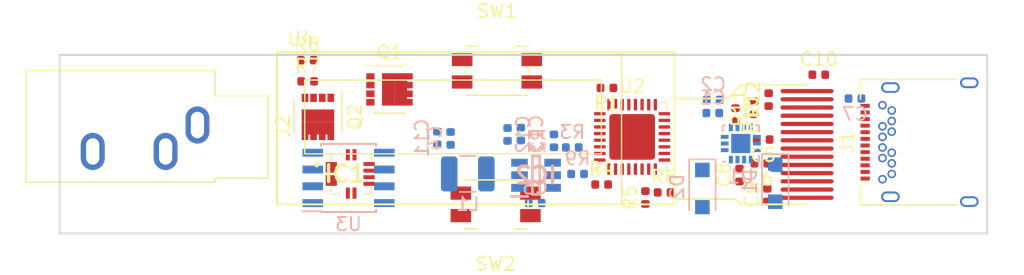
<source format=kicad_pcb>
(kicad_pcb (version 20171130) (host pcbnew 5.0.1-33cea8e~68~ubuntu16.04.1)

  (general
    (thickness 1.6)
    (drawings 4)
    (tracks 0)
    (zones 0)
    (modules 40)
    (nets 37)
  )

  (page A4)
  (layers
    (0 F.Cu signal)
    (31 B.Cu signal)
    (32 B.Adhes user)
    (33 F.Adhes user)
    (34 B.Paste user)
    (35 F.Paste user)
    (36 B.SilkS user)
    (37 F.SilkS user)
    (38 B.Mask user)
    (39 F.Mask user)
    (40 Dwgs.User user)
    (41 Cmts.User user)
    (42 Eco1.User user)
    (43 Eco2.User user)
    (44 Edge.Cuts user)
    (45 Margin user)
    (46 B.CrtYd user)
    (47 F.CrtYd user)
    (48 B.Fab user)
    (49 F.Fab user)
  )

  (setup
    (last_trace_width 0.25)
    (trace_clearance 0.2)
    (zone_clearance 0.508)
    (zone_45_only no)
    (trace_min 0.2)
    (segment_width 0.2)
    (edge_width 0.15)
    (via_size 0.8)
    (via_drill 0.4)
    (via_min_size 0.4)
    (via_min_drill 0.3)
    (uvia_size 0.3)
    (uvia_drill 0.1)
    (uvias_allowed no)
    (uvia_min_size 0.2)
    (uvia_min_drill 0.1)
    (pcb_text_width 0.3)
    (pcb_text_size 1.5 1.5)
    (mod_edge_width 0.15)
    (mod_text_size 1 1)
    (mod_text_width 0.15)
    (pad_size 0.38 1)
    (pad_drill 0)
    (pad_to_mask_clearance 0.051)
    (solder_mask_min_width 0.25)
    (aux_axis_origin 0 0)
    (visible_elements FFFFFF7F)
    (pcbplotparams
      (layerselection 0x010fc_ffffffff)
      (usegerberextensions false)
      (usegerberattributes false)
      (usegerberadvancedattributes false)
      (creategerberjobfile false)
      (excludeedgelayer true)
      (linewidth 0.100000)
      (plotframeref false)
      (viasonmask false)
      (mode 1)
      (useauxorigin false)
      (hpglpennumber 1)
      (hpglpenspeed 20)
      (hpglpendiameter 15.000000)
      (psnegative false)
      (psa4output false)
      (plotreference true)
      (plotvalue true)
      (plotinvisibletext false)
      (padsonsilk false)
      (subtractmaskfromsilk false)
      (outputformat 1)
      (mirror false)
      (drillshape 1)
      (scaleselection 1)
      (outputdirectory ""))
  )

  (net 0 "")
  (net 1 +3V3)
  (net 2 GND)
  (net 3 "Net-(C3-Pad1)")
  (net 4 "Net-(C7-Pad1)")
  (net 5 "Net-(C8-Pad1)")
  (net 6 "Net-(C8-Pad2)")
  (net 7 "Net-(C9-Pad2)")
  (net 8 "Net-(C9-Pad1)")
  (net 9 "Net-(C10-Pad1)")
  (net 10 CC1)
  (net 11 CC2)
  (net 12 "Net-(IC1-Pad1)")
  (net 13 HEATER)
  (net 14 CURRSENSE)
  (net 15 VBUS)
  (net 16 D+)
  (net 17 D-)
  (net 18 SENSOR)
  (net 19 HEATERCONTROL)
  (net 20 "Net-(R1-Pad1)")
  (net 21 SUPPLYSENSE)
  (net 22 SCL)
  (net 23 SDA)
  (net 24 "Net-(R12-Pad1)")
  (net 25 BTN1)
  (net 26 BTN2)
  (net 27 INT_N)
  (net 28 CS)
  (net 29 SCK)
  (net 30 MISO)
  (net 31 NRES)
  (net 32 "Net-(Q1-Pad5)")
  (net 33 "Net-(Q2-Pad4)")
  (net 34 "Net-(IC2-Pad2)")
  (net 35 "Net-(IC2-Pad4)")
  (net 36 "Net-(IC2-Pad5)")

  (net_class Default "This is the default net class."
    (clearance 0.2)
    (trace_width 0.25)
    (via_dia 0.8)
    (via_drill 0.4)
    (uvia_dia 0.3)
    (uvia_drill 0.1)
    (add_net +3V3)
    (add_net BTN1)
    (add_net BTN2)
    (add_net CC1)
    (add_net CC2)
    (add_net CS)
    (add_net CURRSENSE)
    (add_net D+)
    (add_net D-)
    (add_net GND)
    (add_net HEATER)
    (add_net HEATERCONTROL)
    (add_net INT_N)
    (add_net MISO)
    (add_net NRES)
    (add_net "Net-(C10-Pad1)")
    (add_net "Net-(C3-Pad1)")
    (add_net "Net-(C7-Pad1)")
    (add_net "Net-(C8-Pad1)")
    (add_net "Net-(C8-Pad2)")
    (add_net "Net-(C9-Pad1)")
    (add_net "Net-(C9-Pad2)")
    (add_net "Net-(IC1-Pad1)")
    (add_net "Net-(IC2-Pad2)")
    (add_net "Net-(IC2-Pad4)")
    (add_net "Net-(IC2-Pad5)")
    (add_net "Net-(Q1-Pad5)")
    (add_net "Net-(Q2-Pad4)")
    (add_net "Net-(R1-Pad1)")
    (add_net "Net-(R12-Pad1)")
    (add_net SCK)
    (add_net SCL)
    (add_net SDA)
    (add_net SENSOR)
    (add_net SUPPLYSENSE)
    (add_net VBUS)
  )

  (module Capacitor_SMD:C_0402_1005Metric (layer B.Cu) (tedit 5B301BBE) (tstamp 5C349745)
    (at 64.285 16.4 180)
    (descr "Capacitor SMD 0402 (1005 Metric), square (rectangular) end terminal, IPC_7351 nominal, (Body size source: http://www.tortai-tech.com/upload/download/2011102023233369053.pdf), generated with kicad-footprint-generator")
    (tags capacitor)
    (path /5C199859)
    (attr smd)
    (fp_text reference C1 (at 0 1.17 180) (layer B.SilkS)
      (effects (font (size 1 1) (thickness 0.15)) (justify mirror))
    )
    (fp_text value C (at 0 -1.17 180) (layer B.Fab)
      (effects (font (size 1 1) (thickness 0.15)) (justify mirror))
    )
    (fp_line (start -0.5 -0.25) (end -0.5 0.25) (layer B.Fab) (width 0.1))
    (fp_line (start -0.5 0.25) (end 0.5 0.25) (layer B.Fab) (width 0.1))
    (fp_line (start 0.5 0.25) (end 0.5 -0.25) (layer B.Fab) (width 0.1))
    (fp_line (start 0.5 -0.25) (end -0.5 -0.25) (layer B.Fab) (width 0.1))
    (fp_line (start -0.93 -0.47) (end -0.93 0.47) (layer B.CrtYd) (width 0.05))
    (fp_line (start -0.93 0.47) (end 0.93 0.47) (layer B.CrtYd) (width 0.05))
    (fp_line (start 0.93 0.47) (end 0.93 -0.47) (layer B.CrtYd) (width 0.05))
    (fp_line (start 0.93 -0.47) (end -0.93 -0.47) (layer B.CrtYd) (width 0.05))
    (fp_text user %R (at 0 0 180) (layer B.Fab)
      (effects (font (size 0.25 0.25) (thickness 0.04)) (justify mirror))
    )
    (pad 1 smd roundrect (at -0.485 0 180) (size 0.59 0.64) (layers B.Cu B.Paste B.Mask) (roundrect_rratio 0.25)
      (net 1 +3V3))
    (pad 2 smd roundrect (at 0.485 0 180) (size 0.59 0.64) (layers B.Cu B.Paste B.Mask) (roundrect_rratio 0.25)
      (net 2 GND))
    (model ${KISYS3DMOD}/Capacitor_SMD.3dshapes/C_0402_1005Metric.wrl
      (at (xyz 0 0 0))
      (scale (xyz 1 1 1))
      (rotate (xyz 0 0 0))
    )
  )

  (module Capacitor_SMD:C_0402_1005Metric (layer B.Cu) (tedit 5B301BBE) (tstamp 5C349754)
    (at 64.315 15.4 180)
    (descr "Capacitor SMD 0402 (1005 Metric), square (rectangular) end terminal, IPC_7351 nominal, (Body size source: http://www.tortai-tech.com/upload/download/2011102023233369053.pdf), generated with kicad-footprint-generator")
    (tags capacitor)
    (path /5C1998E8)
    (attr smd)
    (fp_text reference C2 (at 0 1.17 180) (layer B.SilkS)
      (effects (font (size 1 1) (thickness 0.15)) (justify mirror))
    )
    (fp_text value C (at 0 -1.17 180) (layer B.Fab)
      (effects (font (size 1 1) (thickness 0.15)) (justify mirror))
    )
    (fp_line (start -0.5 -0.25) (end -0.5 0.25) (layer B.Fab) (width 0.1))
    (fp_line (start -0.5 0.25) (end 0.5 0.25) (layer B.Fab) (width 0.1))
    (fp_line (start 0.5 0.25) (end 0.5 -0.25) (layer B.Fab) (width 0.1))
    (fp_line (start 0.5 -0.25) (end -0.5 -0.25) (layer B.Fab) (width 0.1))
    (fp_line (start -0.93 -0.47) (end -0.93 0.47) (layer B.CrtYd) (width 0.05))
    (fp_line (start -0.93 0.47) (end 0.93 0.47) (layer B.CrtYd) (width 0.05))
    (fp_line (start 0.93 0.47) (end 0.93 -0.47) (layer B.CrtYd) (width 0.05))
    (fp_line (start 0.93 -0.47) (end -0.93 -0.47) (layer B.CrtYd) (width 0.05))
    (fp_text user %R (at 0 0 180) (layer B.Fab)
      (effects (font (size 0.25 0.25) (thickness 0.04)) (justify mirror))
    )
    (pad 1 smd roundrect (at -0.485 0 180) (size 0.59 0.64) (layers B.Cu B.Paste B.Mask) (roundrect_rratio 0.25)
      (net 1 +3V3))
    (pad 2 smd roundrect (at 0.485 0 180) (size 0.59 0.64) (layers B.Cu B.Paste B.Mask) (roundrect_rratio 0.25)
      (net 2 GND))
    (model ${KISYS3DMOD}/Capacitor_SMD.3dshapes/C_0402_1005Metric.wrl
      (at (xyz 0 0 0))
      (scale (xyz 1 1 1))
      (rotate (xyz 0 0 0))
    )
  )

  (module Capacitor_SMD:C_0402_1005Metric (layer B.Cu) (tedit 5B301BBE) (tstamp 5C349763)
    (at 50.885 23.2 180)
    (descr "Capacitor SMD 0402 (1005 Metric), square (rectangular) end terminal, IPC_7351 nominal, (Body size source: http://www.tortai-tech.com/upload/download/2011102023233369053.pdf), generated with kicad-footprint-generator")
    (tags capacitor)
    (path /5C1DDE04)
    (attr smd)
    (fp_text reference C3 (at 0 1.17 180) (layer B.SilkS)
      (effects (font (size 1 1) (thickness 0.15)) (justify mirror))
    )
    (fp_text value C (at 0 -1.17 180) (layer B.Fab)
      (effects (font (size 1 1) (thickness 0.15)) (justify mirror))
    )
    (fp_text user %R (at 0 0 180) (layer B.Fab)
      (effects (font (size 0.25 0.25) (thickness 0.04)) (justify mirror))
    )
    (fp_line (start 0.93 -0.47) (end -0.93 -0.47) (layer B.CrtYd) (width 0.05))
    (fp_line (start 0.93 0.47) (end 0.93 -0.47) (layer B.CrtYd) (width 0.05))
    (fp_line (start -0.93 0.47) (end 0.93 0.47) (layer B.CrtYd) (width 0.05))
    (fp_line (start -0.93 -0.47) (end -0.93 0.47) (layer B.CrtYd) (width 0.05))
    (fp_line (start 0.5 -0.25) (end -0.5 -0.25) (layer B.Fab) (width 0.1))
    (fp_line (start 0.5 0.25) (end 0.5 -0.25) (layer B.Fab) (width 0.1))
    (fp_line (start -0.5 0.25) (end 0.5 0.25) (layer B.Fab) (width 0.1))
    (fp_line (start -0.5 -0.25) (end -0.5 0.25) (layer B.Fab) (width 0.1))
    (pad 2 smd roundrect (at 0.485 0 180) (size 0.59 0.64) (layers B.Cu B.Paste B.Mask) (roundrect_rratio 0.25)
      (net 2 GND))
    (pad 1 smd roundrect (at -0.485 0 180) (size 0.59 0.64) (layers B.Cu B.Paste B.Mask) (roundrect_rratio 0.25)
      (net 3 "Net-(C3-Pad1)"))
    (model ${KISYS3DMOD}/Capacitor_SMD.3dshapes/C_0402_1005Metric.wrl
      (at (xyz 0 0 0))
      (scale (xyz 1 1 1))
      (rotate (xyz 0 0 0))
    )
  )

  (module Capacitor_SMD:C_0402_1005Metric (layer B.Cu) (tedit 5B301BBE) (tstamp 5C349772)
    (at 44.5 18.315 270)
    (descr "Capacitor SMD 0402 (1005 Metric), square (rectangular) end terminal, IPC_7351 nominal, (Body size source: http://www.tortai-tech.com/upload/download/2011102023233369053.pdf), generated with kicad-footprint-generator")
    (tags capacitor)
    (path /5C1FC36E)
    (attr smd)
    (fp_text reference C4 (at 0 1.17 270) (layer B.SilkS)
      (effects (font (size 1 1) (thickness 0.15)) (justify mirror))
    )
    (fp_text value C (at 0 -1.17 270) (layer B.Fab)
      (effects (font (size 1 1) (thickness 0.15)) (justify mirror))
    )
    (fp_text user %R (at 0 0 270) (layer B.Fab)
      (effects (font (size 0.25 0.25) (thickness 0.04)) (justify mirror))
    )
    (fp_line (start 0.93 -0.47) (end -0.93 -0.47) (layer B.CrtYd) (width 0.05))
    (fp_line (start 0.93 0.47) (end 0.93 -0.47) (layer B.CrtYd) (width 0.05))
    (fp_line (start -0.93 0.47) (end 0.93 0.47) (layer B.CrtYd) (width 0.05))
    (fp_line (start -0.93 -0.47) (end -0.93 0.47) (layer B.CrtYd) (width 0.05))
    (fp_line (start 0.5 -0.25) (end -0.5 -0.25) (layer B.Fab) (width 0.1))
    (fp_line (start 0.5 0.25) (end 0.5 -0.25) (layer B.Fab) (width 0.1))
    (fp_line (start -0.5 0.25) (end 0.5 0.25) (layer B.Fab) (width 0.1))
    (fp_line (start -0.5 -0.25) (end -0.5 0.25) (layer B.Fab) (width 0.1))
    (pad 2 smd roundrect (at 0.485 0 270) (size 0.59 0.64) (layers B.Cu B.Paste B.Mask) (roundrect_rratio 0.25)
      (net 1 +3V3))
    (pad 1 smd roundrect (at -0.485 0 270) (size 0.59 0.64) (layers B.Cu B.Paste B.Mask) (roundrect_rratio 0.25)
      (net 2 GND))
    (model ${KISYS3DMOD}/Capacitor_SMD.3dshapes/C_0402_1005Metric.wrl
      (at (xyz 0 0 0))
      (scale (xyz 1 1 1))
      (rotate (xyz 0 0 0))
    )
  )

  (module Capacitor_SMD:C_0402_1005Metric (layer F.Cu) (tedit 5B301BBE) (tstamp 5C349781)
    (at 68.085 18.4 180)
    (descr "Capacitor SMD 0402 (1005 Metric), square (rectangular) end terminal, IPC_7351 nominal, (Body size source: http://www.tortai-tech.com/upload/download/2011102023233369053.pdf), generated with kicad-footprint-generator")
    (tags capacitor)
    (path /5C1D20DF)
    (attr smd)
    (fp_text reference C5 (at 0 -1.17 180) (layer F.SilkS)
      (effects (font (size 1 1) (thickness 0.15)))
    )
    (fp_text value C (at 0 1.17 180) (layer F.Fab)
      (effects (font (size 1 1) (thickness 0.15)))
    )
    (fp_line (start -0.5 0.25) (end -0.5 -0.25) (layer F.Fab) (width 0.1))
    (fp_line (start -0.5 -0.25) (end 0.5 -0.25) (layer F.Fab) (width 0.1))
    (fp_line (start 0.5 -0.25) (end 0.5 0.25) (layer F.Fab) (width 0.1))
    (fp_line (start 0.5 0.25) (end -0.5 0.25) (layer F.Fab) (width 0.1))
    (fp_line (start -0.93 0.47) (end -0.93 -0.47) (layer F.CrtYd) (width 0.05))
    (fp_line (start -0.93 -0.47) (end 0.93 -0.47) (layer F.CrtYd) (width 0.05))
    (fp_line (start 0.93 -0.47) (end 0.93 0.47) (layer F.CrtYd) (width 0.05))
    (fp_line (start 0.93 0.47) (end -0.93 0.47) (layer F.CrtYd) (width 0.05))
    (fp_text user %R (at 0 0 180) (layer F.Fab)
      (effects (font (size 0.25 0.25) (thickness 0.04)))
    )
    (pad 1 smd roundrect (at -0.485 0 180) (size 0.59 0.64) (layers F.Cu F.Paste F.Mask) (roundrect_rratio 0.25)
      (net 1 +3V3))
    (pad 2 smd roundrect (at 0.485 0 180) (size 0.59 0.64) (layers F.Cu F.Paste F.Mask) (roundrect_rratio 0.25)
      (net 2 GND))
    (model ${KISYS3DMOD}/Capacitor_SMD.3dshapes/C_0402_1005Metric.wrl
      (at (xyz 0 0 0))
      (scale (xyz 1 1 1))
      (rotate (xyz 0 0 0))
    )
  )

  (module Capacitor_SMD:C_0402_1005Metric (layer F.Cu) (tedit 5B301BBE) (tstamp 5C349790)
    (at 67.915 20.2 180)
    (descr "Capacitor SMD 0402 (1005 Metric), square (rectangular) end terminal, IPC_7351 nominal, (Body size source: http://www.tortai-tech.com/upload/download/2011102023233369053.pdf), generated with kicad-footprint-generator")
    (tags capacitor)
    (path /5C1D1490)
    (attr smd)
    (fp_text reference C6 (at 0 -1.17 180) (layer F.SilkS)
      (effects (font (size 1 1) (thickness 0.15)))
    )
    (fp_text value C (at 0 1.17 180) (layer F.Fab)
      (effects (font (size 1 1) (thickness 0.15)))
    )
    (fp_text user %R (at 0 0 180) (layer F.Fab)
      (effects (font (size 0.25 0.25) (thickness 0.04)))
    )
    (fp_line (start 0.93 0.47) (end -0.93 0.47) (layer F.CrtYd) (width 0.05))
    (fp_line (start 0.93 -0.47) (end 0.93 0.47) (layer F.CrtYd) (width 0.05))
    (fp_line (start -0.93 -0.47) (end 0.93 -0.47) (layer F.CrtYd) (width 0.05))
    (fp_line (start -0.93 0.47) (end -0.93 -0.47) (layer F.CrtYd) (width 0.05))
    (fp_line (start 0.5 0.25) (end -0.5 0.25) (layer F.Fab) (width 0.1))
    (fp_line (start 0.5 -0.25) (end 0.5 0.25) (layer F.Fab) (width 0.1))
    (fp_line (start -0.5 -0.25) (end 0.5 -0.25) (layer F.Fab) (width 0.1))
    (fp_line (start -0.5 0.25) (end -0.5 -0.25) (layer F.Fab) (width 0.1))
    (pad 2 smd roundrect (at 0.485 0 180) (size 0.59 0.64) (layers F.Cu F.Paste F.Mask) (roundrect_rratio 0.25)
      (net 2 GND))
    (pad 1 smd roundrect (at -0.485 0 180) (size 0.59 0.64) (layers F.Cu F.Paste F.Mask) (roundrect_rratio 0.25)
      (net 1 +3V3))
    (model ${KISYS3DMOD}/Capacitor_SMD.3dshapes/C_0402_1005Metric.wrl
      (at (xyz 0 0 0))
      (scale (xyz 1 1 1))
      (rotate (xyz 0 0 0))
    )
  )

  (module Capacitor_SMD:C_0402_1005Metric (layer B.Cu) (tedit 5B301BBE) (tstamp 5C34979F)
    (at 75.015 15.3)
    (descr "Capacitor SMD 0402 (1005 Metric), square (rectangular) end terminal, IPC_7351 nominal, (Body size source: http://www.tortai-tech.com/upload/download/2011102023233369053.pdf), generated with kicad-footprint-generator")
    (tags capacitor)
    (path /5C1D382D)
    (attr smd)
    (fp_text reference C7 (at 0 1.17) (layer B.SilkS)
      (effects (font (size 1 1) (thickness 0.15)) (justify mirror))
    )
    (fp_text value C (at 0 -1.17) (layer B.Fab)
      (effects (font (size 1 1) (thickness 0.15)) (justify mirror))
    )
    (fp_line (start -0.5 -0.25) (end -0.5 0.25) (layer B.Fab) (width 0.1))
    (fp_line (start -0.5 0.25) (end 0.5 0.25) (layer B.Fab) (width 0.1))
    (fp_line (start 0.5 0.25) (end 0.5 -0.25) (layer B.Fab) (width 0.1))
    (fp_line (start 0.5 -0.25) (end -0.5 -0.25) (layer B.Fab) (width 0.1))
    (fp_line (start -0.93 -0.47) (end -0.93 0.47) (layer B.CrtYd) (width 0.05))
    (fp_line (start -0.93 0.47) (end 0.93 0.47) (layer B.CrtYd) (width 0.05))
    (fp_line (start 0.93 0.47) (end 0.93 -0.47) (layer B.CrtYd) (width 0.05))
    (fp_line (start 0.93 -0.47) (end -0.93 -0.47) (layer B.CrtYd) (width 0.05))
    (fp_text user %R (at 0 0) (layer B.Fab)
      (effects (font (size 0.25 0.25) (thickness 0.04)) (justify mirror))
    )
    (pad 1 smd roundrect (at -0.485 0) (size 0.59 0.64) (layers B.Cu B.Paste B.Mask) (roundrect_rratio 0.25)
      (net 4 "Net-(C7-Pad1)"))
    (pad 2 smd roundrect (at 0.485 0) (size 0.59 0.64) (layers B.Cu B.Paste B.Mask) (roundrect_rratio 0.25)
      (net 2 GND))
    (model ${KISYS3DMOD}/Capacitor_SMD.3dshapes/C_0402_1005Metric.wrl
      (at (xyz 0 0 0))
      (scale (xyz 1 1 1))
      (rotate (xyz 0 0 0))
    )
  )

  (module Capacitor_SMD:C_0402_1005Metric (layer F.Cu) (tedit 5B301BBE) (tstamp 5C3497AE)
    (at 66.3 21.085 90)
    (descr "Capacitor SMD 0402 (1005 Metric), square (rectangular) end terminal, IPC_7351 nominal, (Body size source: http://www.tortai-tech.com/upload/download/2011102023233369053.pdf), generated with kicad-footprint-generator")
    (tags capacitor)
    (path /5C1CF8F5)
    (attr smd)
    (fp_text reference C8 (at 0 -1.17 90) (layer F.SilkS)
      (effects (font (size 1 1) (thickness 0.15)))
    )
    (fp_text value C (at 0 1.17 90) (layer F.Fab)
      (effects (font (size 1 1) (thickness 0.15)))
    )
    (fp_line (start -0.5 0.25) (end -0.5 -0.25) (layer F.Fab) (width 0.1))
    (fp_line (start -0.5 -0.25) (end 0.5 -0.25) (layer F.Fab) (width 0.1))
    (fp_line (start 0.5 -0.25) (end 0.5 0.25) (layer F.Fab) (width 0.1))
    (fp_line (start 0.5 0.25) (end -0.5 0.25) (layer F.Fab) (width 0.1))
    (fp_line (start -0.93 0.47) (end -0.93 -0.47) (layer F.CrtYd) (width 0.05))
    (fp_line (start -0.93 -0.47) (end 0.93 -0.47) (layer F.CrtYd) (width 0.05))
    (fp_line (start 0.93 -0.47) (end 0.93 0.47) (layer F.CrtYd) (width 0.05))
    (fp_line (start 0.93 0.47) (end -0.93 0.47) (layer F.CrtYd) (width 0.05))
    (fp_text user %R (at 0 0 90) (layer F.Fab)
      (effects (font (size 0.25 0.25) (thickness 0.04)))
    )
    (pad 1 smd roundrect (at -0.485 0 90) (size 0.59 0.64) (layers F.Cu F.Paste F.Mask) (roundrect_rratio 0.25)
      (net 5 "Net-(C8-Pad1)"))
    (pad 2 smd roundrect (at 0.485 0 90) (size 0.59 0.64) (layers F.Cu F.Paste F.Mask) (roundrect_rratio 0.25)
      (net 6 "Net-(C8-Pad2)"))
    (model ${KISYS3DMOD}/Capacitor_SMD.3dshapes/C_0402_1005Metric.wrl
      (at (xyz 0 0 0))
      (scale (xyz 1 1 1))
      (rotate (xyz 0 0 0))
    )
  )

  (module Capacitor_SMD:C_0402_1005Metric (layer F.Cu) (tedit 5B301BBE) (tstamp 5C3497BD)
    (at 68.4 22.6 90)
    (descr "Capacitor SMD 0402 (1005 Metric), square (rectangular) end terminal, IPC_7351 nominal, (Body size source: http://www.tortai-tech.com/upload/download/2011102023233369053.pdf), generated with kicad-footprint-generator")
    (tags capacitor)
    (path /5C1CEA55)
    (attr smd)
    (fp_text reference C9 (at 0 -1.17 90) (layer F.SilkS)
      (effects (font (size 1 1) (thickness 0.15)))
    )
    (fp_text value C (at 0 1.17 90) (layer F.Fab)
      (effects (font (size 1 1) (thickness 0.15)))
    )
    (fp_text user %R (at 0 0 90) (layer F.Fab)
      (effects (font (size 0.25 0.25) (thickness 0.04)))
    )
    (fp_line (start 0.93 0.47) (end -0.93 0.47) (layer F.CrtYd) (width 0.05))
    (fp_line (start 0.93 -0.47) (end 0.93 0.47) (layer F.CrtYd) (width 0.05))
    (fp_line (start -0.93 -0.47) (end 0.93 -0.47) (layer F.CrtYd) (width 0.05))
    (fp_line (start -0.93 0.47) (end -0.93 -0.47) (layer F.CrtYd) (width 0.05))
    (fp_line (start 0.5 0.25) (end -0.5 0.25) (layer F.Fab) (width 0.1))
    (fp_line (start 0.5 -0.25) (end 0.5 0.25) (layer F.Fab) (width 0.1))
    (fp_line (start -0.5 -0.25) (end 0.5 -0.25) (layer F.Fab) (width 0.1))
    (fp_line (start -0.5 0.25) (end -0.5 -0.25) (layer F.Fab) (width 0.1))
    (pad 2 smd roundrect (at 0.485 0 90) (size 0.59 0.64) (layers F.Cu F.Paste F.Mask) (roundrect_rratio 0.25)
      (net 7 "Net-(C9-Pad2)"))
    (pad 1 smd roundrect (at -0.485 0 90) (size 0.59 0.64) (layers F.Cu F.Paste F.Mask) (roundrect_rratio 0.25)
      (net 8 "Net-(C9-Pad1)"))
    (model ${KISYS3DMOD}/Capacitor_SMD.3dshapes/C_0402_1005Metric.wrl
      (at (xyz 0 0 0))
      (scale (xyz 1 1 1))
      (rotate (xyz 0 0 0))
    )
  )

  (module Capacitor_SMD:C_0402_1005Metric (layer F.Cu) (tedit 5B301BBE) (tstamp 5C34B7F3)
    (at 72.285 13.5)
    (descr "Capacitor SMD 0402 (1005 Metric), square (rectangular) end terminal, IPC_7351 nominal, (Body size source: http://www.tortai-tech.com/upload/download/2011102023233369053.pdf), generated with kicad-footprint-generator")
    (tags capacitor)
    (path /5C1D43D0)
    (attr smd)
    (fp_text reference C10 (at 0 -1.17) (layer F.SilkS)
      (effects (font (size 1 1) (thickness 0.15)))
    )
    (fp_text value C (at 0 1.17) (layer F.Fab)
      (effects (font (size 1 1) (thickness 0.15)))
    )
    (fp_text user %R (at 0 0) (layer F.Fab)
      (effects (font (size 0.25 0.25) (thickness 0.04)))
    )
    (fp_line (start 0.93 0.47) (end -0.93 0.47) (layer F.CrtYd) (width 0.05))
    (fp_line (start 0.93 -0.47) (end 0.93 0.47) (layer F.CrtYd) (width 0.05))
    (fp_line (start -0.93 -0.47) (end 0.93 -0.47) (layer F.CrtYd) (width 0.05))
    (fp_line (start -0.93 0.47) (end -0.93 -0.47) (layer F.CrtYd) (width 0.05))
    (fp_line (start 0.5 0.25) (end -0.5 0.25) (layer F.Fab) (width 0.1))
    (fp_line (start 0.5 -0.25) (end 0.5 0.25) (layer F.Fab) (width 0.1))
    (fp_line (start -0.5 -0.25) (end 0.5 -0.25) (layer F.Fab) (width 0.1))
    (fp_line (start -0.5 0.25) (end -0.5 -0.25) (layer F.Fab) (width 0.1))
    (pad 2 smd roundrect (at 0.485 0) (size 0.59 0.64) (layers F.Cu F.Paste F.Mask) (roundrect_rratio 0.25)
      (net 2 GND))
    (pad 1 smd roundrect (at -0.485 0) (size 0.59 0.64) (layers F.Cu F.Paste F.Mask) (roundrect_rratio 0.25)
      (net 9 "Net-(C10-Pad1)"))
    (model ${KISYS3DMOD}/Capacitor_SMD.3dshapes/C_0402_1005Metric.wrl
      (at (xyz 0 0 0))
      (scale (xyz 1 1 1))
      (rotate (xyz 0 0 0))
    )
  )

  (module Diode_SMD:D_SOD-123F (layer B.Cu) (tedit 587F7769) (tstamp 5C3497E5)
    (at 69 21.7 270)
    (descr D_SOD-123F)
    (tags D_SOD-123F)
    (path /5C19949A)
    (attr smd)
    (fp_text reference D1 (at -0.127 1.905 270) (layer B.SilkS)
      (effects (font (size 1 1) (thickness 0.15)) (justify mirror))
    )
    (fp_text value MM3Zxx (at 0 -2.1 270) (layer B.Fab)
      (effects (font (size 1 1) (thickness 0.15)) (justify mirror))
    )
    (fp_text user %R (at -0.127 1.905 270) (layer B.Fab)
      (effects (font (size 1 1) (thickness 0.15)) (justify mirror))
    )
    (fp_line (start -2.2 1) (end -2.2 -1) (layer B.SilkS) (width 0.12))
    (fp_line (start 0.25 0) (end 0.75 0) (layer B.Fab) (width 0.1))
    (fp_line (start 0.25 -0.4) (end -0.35 0) (layer B.Fab) (width 0.1))
    (fp_line (start 0.25 0.4) (end 0.25 -0.4) (layer B.Fab) (width 0.1))
    (fp_line (start -0.35 0) (end 0.25 0.4) (layer B.Fab) (width 0.1))
    (fp_line (start -0.35 0) (end -0.35 -0.55) (layer B.Fab) (width 0.1))
    (fp_line (start -0.35 0) (end -0.35 0.55) (layer B.Fab) (width 0.1))
    (fp_line (start -0.75 0) (end -0.35 0) (layer B.Fab) (width 0.1))
    (fp_line (start -1.4 -0.9) (end -1.4 0.9) (layer B.Fab) (width 0.1))
    (fp_line (start 1.4 -0.9) (end -1.4 -0.9) (layer B.Fab) (width 0.1))
    (fp_line (start 1.4 0.9) (end 1.4 -0.9) (layer B.Fab) (width 0.1))
    (fp_line (start -1.4 0.9) (end 1.4 0.9) (layer B.Fab) (width 0.1))
    (fp_line (start -2.2 1.15) (end 2.2 1.15) (layer B.CrtYd) (width 0.05))
    (fp_line (start 2.2 1.15) (end 2.2 -1.15) (layer B.CrtYd) (width 0.05))
    (fp_line (start 2.2 -1.15) (end -2.2 -1.15) (layer B.CrtYd) (width 0.05))
    (fp_line (start -2.2 1.15) (end -2.2 -1.15) (layer B.CrtYd) (width 0.05))
    (fp_line (start -2.2 -1) (end 1.65 -1) (layer B.SilkS) (width 0.12))
    (fp_line (start -2.2 1) (end 1.65 1) (layer B.SilkS) (width 0.12))
    (pad 1 smd rect (at -1.4 0 270) (size 1.1 1.1) (layers B.Cu B.Paste B.Mask)
      (net 10 CC1))
    (pad 2 smd rect (at 1.4 0 270) (size 1.1 1.1) (layers B.Cu B.Paste B.Mask)
      (net 2 GND))
    (model ${KISYS3DMOD}/Diode_SMD.3dshapes/D_SOD-123F.wrl
      (at (xyz 0 0 0))
      (scale (xyz 1 1 1))
      (rotate (xyz 0 0 0))
    )
  )

  (module Diode_SMD:D_SOD-123F (layer B.Cu) (tedit 587F7769) (tstamp 5C3497FE)
    (at 63.5 22.1 270)
    (descr D_SOD-123F)
    (tags D_SOD-123F)
    (path /5C19950B)
    (attr smd)
    (fp_text reference D2 (at -0.127 1.905 270) (layer B.SilkS)
      (effects (font (size 1 1) (thickness 0.15)) (justify mirror))
    )
    (fp_text value MM3Zxx (at 0 -2.1 270) (layer B.Fab)
      (effects (font (size 1 1) (thickness 0.15)) (justify mirror))
    )
    (fp_line (start -2.2 1) (end 1.65 1) (layer B.SilkS) (width 0.12))
    (fp_line (start -2.2 -1) (end 1.65 -1) (layer B.SilkS) (width 0.12))
    (fp_line (start -2.2 1.15) (end -2.2 -1.15) (layer B.CrtYd) (width 0.05))
    (fp_line (start 2.2 -1.15) (end -2.2 -1.15) (layer B.CrtYd) (width 0.05))
    (fp_line (start 2.2 1.15) (end 2.2 -1.15) (layer B.CrtYd) (width 0.05))
    (fp_line (start -2.2 1.15) (end 2.2 1.15) (layer B.CrtYd) (width 0.05))
    (fp_line (start -1.4 0.9) (end 1.4 0.9) (layer B.Fab) (width 0.1))
    (fp_line (start 1.4 0.9) (end 1.4 -0.9) (layer B.Fab) (width 0.1))
    (fp_line (start 1.4 -0.9) (end -1.4 -0.9) (layer B.Fab) (width 0.1))
    (fp_line (start -1.4 -0.9) (end -1.4 0.9) (layer B.Fab) (width 0.1))
    (fp_line (start -0.75 0) (end -0.35 0) (layer B.Fab) (width 0.1))
    (fp_line (start -0.35 0) (end -0.35 0.55) (layer B.Fab) (width 0.1))
    (fp_line (start -0.35 0) (end -0.35 -0.55) (layer B.Fab) (width 0.1))
    (fp_line (start -0.35 0) (end 0.25 0.4) (layer B.Fab) (width 0.1))
    (fp_line (start 0.25 0.4) (end 0.25 -0.4) (layer B.Fab) (width 0.1))
    (fp_line (start 0.25 -0.4) (end -0.35 0) (layer B.Fab) (width 0.1))
    (fp_line (start 0.25 0) (end 0.75 0) (layer B.Fab) (width 0.1))
    (fp_line (start -2.2 1) (end -2.2 -1) (layer B.SilkS) (width 0.12))
    (fp_text user %R (at -0.127 1.905 270) (layer B.Fab)
      (effects (font (size 1 1) (thickness 0.15)) (justify mirror))
    )
    (pad 2 smd rect (at 1.4 0 270) (size 1.1 1.1) (layers B.Cu B.Paste B.Mask)
      (net 2 GND))
    (pad 1 smd rect (at -1.4 0 270) (size 1.1 1.1) (layers B.Cu B.Paste B.Mask)
      (net 11 CC2))
    (model ${KISYS3DMOD}/Diode_SMD.3dshapes/D_SOD-123F.wrl
      (at (xyz 0 0 0))
      (scale (xyz 1 1 1))
      (rotate (xyz 0 0 0))
    )
  )

  (module ACS70331EESATR-005B3:ACS70331EESATR005B3 (layer F.Cu) (tedit 5BE4E782) (tstamp 5C349822)
    (at 36.4 21)
    (descr ACS70331EESATR-005B3)
    (tags "Integrated Circuit")
    (path /5C1C93E1)
    (attr smd)
    (fp_text reference IC1 (at 0.138 0) (layer F.SilkS)
      (effects (font (size 1.27 1.27) (thickness 0.254)))
    )
    (fp_text value ACS70331EESATR-005B3 (at 0.138 0) (layer F.SilkS) hide
      (effects (font (size 1.27 1.27) (thickness 0.254)))
    )
    (fp_line (start -0.9 -1.5) (end 2.1 -1.5) (layer Dwgs.User) (width 0.2))
    (fp_line (start 2.1 -1.5) (end 2.1 1.5) (layer Dwgs.User) (width 0.2))
    (fp_line (start 2.1 1.5) (end -0.9 1.5) (layer Dwgs.User) (width 0.2))
    (fp_line (start -0.9 1.5) (end -0.9 -1.5) (layer Dwgs.User) (width 0.2))
    (fp_line (start -3.1 -2.875) (end 3.375 -2.875) (layer Dwgs.User) (width 0.1))
    (fp_line (start 3.375 -2.875) (end 3.375 2.875) (layer Dwgs.User) (width 0.1))
    (fp_line (start 3.375 2.875) (end -3.1 2.875) (layer Dwgs.User) (width 0.1))
    (fp_line (start -3.1 2.875) (end -3.1 -2.875) (layer Dwgs.User) (width 0.1))
    (fp_line (start -0.9 1) (end -0.9 1.5) (layer F.SilkS) (width 0.1))
    (fp_line (start -0.9 1.5) (end -0.4 1.5) (layer F.SilkS) (width 0.1))
    (fp_line (start 1.6 1.5) (end 2.1 1.5) (layer F.SilkS) (width 0.1))
    (fp_line (start 2.1 1.5) (end 2.1 1) (layer F.SilkS) (width 0.1))
    (fp_line (start -0.9 -1) (end -0.9 -1.5) (layer F.SilkS) (width 0.1))
    (fp_line (start -0.9 -1.5) (end -0.4 -1.5) (layer F.SilkS) (width 0.1))
    (fp_line (start 2.1 -1) (end 2.1 -1.5) (layer F.SilkS) (width 0.1))
    (fp_line (start 2.1 -1.5) (end 1.6 -1.5) (layer F.SilkS) (width 0.1))
    (fp_line (start -2 -0.6) (end -2 -0.6) (layer F.SilkS) (width 0.2))
    (fp_line (start -2 -0.8) (end -2 -0.8) (layer F.SilkS) (width 0.2))
    (fp_arc (start -2 -0.7) (end -2 -0.6) (angle 180) (layer F.SilkS) (width 0.2))
    (fp_arc (start -2 -0.7) (end -2 -0.8) (angle 180) (layer F.SilkS) (width 0.2))
    (pad 1 smd rect (at -0.9 -0.7 90) (size 0.4 0.85) (layers F.Cu F.Paste F.Mask)
      (net 12 "Net-(IC1-Pad1)"))
    (pad 2 smd rect (at -0.9 -0.3 90) (size 0.4 0.85) (layers F.Cu F.Paste F.Mask)
      (net 12 "Net-(IC1-Pad1)"))
    (pad 3 smd rect (at -0.9 0.3 90) (size 0.4 0.85) (layers F.Cu F.Paste F.Mask)
      (net 13 HEATER))
    (pad 4 smd rect (at -0.9 0.7 90) (size 0.4 0.85) (layers F.Cu F.Paste F.Mask)
      (net 13 HEATER))
    (pad 5 smd rect (at 0.35 1.45) (size 0.3 0.85) (layers F.Cu F.Paste F.Mask)
      (net 2 GND))
    (pad 6 smd rect (at 0.85 1.45) (size 0.3 0.85) (layers F.Cu F.Paste F.Mask))
    (pad 7 smd rect (at 1.95 0.75 90) (size 0.3 0.85) (layers F.Cu F.Paste F.Mask))
    (pad 8 smd rect (at 1.95 0.25 90) (size 0.3 0.85) (layers F.Cu F.Paste F.Mask))
    (pad 9 smd rect (at 1.95 -0.25 90) (size 0.3 0.85) (layers F.Cu F.Paste F.Mask))
    (pad 10 smd rect (at 1.95 -0.75 90) (size 0.3 0.85) (layers F.Cu F.Paste F.Mask)
      (net 14 CURRSENSE))
    (pad 11 smd rect (at 0.85 -1.45) (size 0.3 0.85) (layers F.Cu F.Paste F.Mask))
    (pad 12 smd rect (at 0.35 -1.45) (size 0.3 0.85) (layers F.Cu F.Paste F.Mask)
      (net 1 +3V3))
  )

  (module Connector_Audio:Jack_3.5mm_CUI_SJ1-3533NG_Horizontal (layer F.Cu) (tedit 5BAD3514) (tstamp 5C349869)
    (at 25.4 17.3 270)
    (descr "TRS 3.5mm, horizontal, through-hole, https://www.cui.com/product/resource/sj1-353xng.pdf")
    (tags "TRS audio jack stereo horizontal")
    (path /5C1C8463)
    (fp_text reference J2 (at 0.1 -6.45 270) (layer F.SilkS)
      (effects (font (size 1 1) (thickness 0.15)))
    )
    (fp_text value AudioJack3_Ground (at 0.1 14.05 270) (layer F.Fab)
      (effects (font (size 1 1) (thickness 0.15)))
    )
    (fp_line (start -2.1 -5.2) (end 3.9 -5.2) (layer F.Fab) (width 0.1))
    (fp_line (start 3.9 -5.2) (end 3.9 -1.2) (layer F.Fab) (width 0.1))
    (fp_line (start 3.9 -1.2) (end 4.2 -1.2) (layer F.Fab) (width 0.1))
    (fp_line (start 4.2 -1.2) (end 4.2 12.8) (layer F.Fab) (width 0.1))
    (fp_line (start 4.2 12.8) (end -4 12.8) (layer F.Fab) (width 0.1))
    (fp_line (start -4 12.8) (end -4 -1.2) (layer F.Fab) (width 0.1))
    (fp_line (start -4 -1.2) (end -2.1 -1.2) (layer F.Fab) (width 0.1))
    (fp_line (start -2.1 -1.2) (end -2.1 -5.2) (layer F.Fab) (width 0.1))
    (fp_line (start -2.22 -5.32) (end 4.02 -5.32) (layer F.SilkS) (width 0.12))
    (fp_line (start 4.02 -5.32) (end 4.02 -1.32) (layer F.SilkS) (width 0.12))
    (fp_line (start 4.02 -1.32) (end 4.32 -1.32) (layer F.SilkS) (width 0.12))
    (fp_line (start 4.32 -1.32) (end 4.32 12.92) (layer F.SilkS) (width 0.12))
    (fp_line (start 4.32 12.92) (end -4.12 12.92) (layer F.SilkS) (width 0.12))
    (fp_line (start -4.12 12.92) (end -4.12 -1.32) (layer F.SilkS) (width 0.12))
    (fp_line (start -4.12 -1.32) (end -2.22 -1.32) (layer F.SilkS) (width 0.12))
    (fp_line (start -2.22 -1.32) (end -2.22 -5.32) (layer F.SilkS) (width 0.12))
    (fp_line (start -4.5 -5.7) (end -4.5 13.3) (layer F.CrtYd) (width 0.05))
    (fp_line (start -4.5 13.3) (end 4.7 13.3) (layer F.CrtYd) (width 0.05))
    (fp_line (start 4.7 13.3) (end 4.7 -5.7) (layer F.CrtYd) (width 0.05))
    (fp_line (start 4.7 -5.7) (end -4.5 -5.7) (layer F.CrtYd) (width 0.05))
    (fp_text user %R (at 0.1 3.8 270) (layer F.Fab)
      (effects (font (size 1 1) (thickness 0.15)))
    )
    (pad S thru_hole oval (at 0 0 270) (size 2.8 1.8) (drill oval 2 1) (layers *.Cu *.Mask)
      (net 2 GND))
    (pad T thru_hole oval (at 2 2.4 270) (size 2.8 1.8) (drill oval 2 1) (layers *.Cu *.Mask)
      (net 13 HEATER))
    (pad R thru_hole oval (at 2 7.9 270) (size 2.8 1.8) (drill oval 2 1) (layers *.Cu *.Mask)
      (net 18 SENSOR))
    (model ${KISYS3DMOD}/Connector_Audio.3dshapes/Jack_3.5mm_CUI_SJ1-3533NG_Horizontal.wrl
      (at (xyz 0 0 0))
      (scale (xyz 1 1 1))
      (rotate (xyz 0 0 0))
    )
  )

  (module Inductor_SMD:L_1210_3225Metric (layer B.Cu) (tedit 5B301BBE) (tstamp 5C34987A)
    (at 45.8 21)
    (descr "Inductor SMD 1210 (3225 Metric), square (rectangular) end terminal, IPC_7351 nominal, (Body size source: http://www.tortai-tech.com/upload/download/2011102023233369053.pdf), generated with kicad-footprint-generator")
    (tags inductor)
    (path /5C1F787C)
    (attr smd)
    (fp_text reference L1 (at 0 2.28) (layer B.SilkS)
      (effects (font (size 1 1) (thickness 0.15)) (justify mirror))
    )
    (fp_text value L (at 0 -2.28) (layer B.Fab)
      (effects (font (size 1 1) (thickness 0.15)) (justify mirror))
    )
    (fp_line (start -1.6 -1.25) (end -1.6 1.25) (layer B.Fab) (width 0.1))
    (fp_line (start -1.6 1.25) (end 1.6 1.25) (layer B.Fab) (width 0.1))
    (fp_line (start 1.6 1.25) (end 1.6 -1.25) (layer B.Fab) (width 0.1))
    (fp_line (start 1.6 -1.25) (end -1.6 -1.25) (layer B.Fab) (width 0.1))
    (fp_line (start -0.602064 1.36) (end 0.602064 1.36) (layer B.SilkS) (width 0.12))
    (fp_line (start -0.602064 -1.36) (end 0.602064 -1.36) (layer B.SilkS) (width 0.12))
    (fp_line (start -2.28 -1.58) (end -2.28 1.58) (layer B.CrtYd) (width 0.05))
    (fp_line (start -2.28 1.58) (end 2.28 1.58) (layer B.CrtYd) (width 0.05))
    (fp_line (start 2.28 1.58) (end 2.28 -1.58) (layer B.CrtYd) (width 0.05))
    (fp_line (start 2.28 -1.58) (end -2.28 -1.58) (layer B.CrtYd) (width 0.05))
    (fp_text user %R (at 0 0) (layer B.Fab)
      (effects (font (size 0.8 0.8) (thickness 0.12)) (justify mirror))
    )
    (pad 1 smd roundrect (at -1.4 0) (size 1.25 2.65) (layers B.Cu B.Paste B.Mask) (roundrect_rratio 0.2)
      (net 1 +3V3))
    (pad 2 smd roundrect (at 1.4 0) (size 1.25 2.65) (layers B.Cu B.Paste B.Mask) (roundrect_rratio 0.2)
      (net 34 "Net-(IC2-Pad2)"))
    (model ${KISYS3DMOD}/Inductor_SMD.3dshapes/L_1210_3225Metric.wrl
      (at (xyz 0 0 0))
      (scale (xyz 1 1 1))
      (rotate (xyz 0 0 0))
    )
  )

  (module Resistor_SMD:R_0402_1005Metric (layer F.Cu) (tedit 5B301BBD) (tstamp 5C3498B0)
    (at 56.3 14.5 180)
    (descr "Resistor SMD 0402 (1005 Metric), square (rectangular) end terminal, IPC_7351 nominal, (Body size source: http://www.tortai-tech.com/upload/download/2011102023233369053.pdf), generated with kicad-footprint-generator")
    (tags resistor)
    (path /5C1DA05C)
    (attr smd)
    (fp_text reference R1 (at 0 -1.17 180) (layer F.SilkS)
      (effects (font (size 1 1) (thickness 0.15)))
    )
    (fp_text value R (at 0 1.17 180) (layer F.Fab)
      (effects (font (size 1 1) (thickness 0.15)))
    )
    (fp_line (start -0.5 0.25) (end -0.5 -0.25) (layer F.Fab) (width 0.1))
    (fp_line (start -0.5 -0.25) (end 0.5 -0.25) (layer F.Fab) (width 0.1))
    (fp_line (start 0.5 -0.25) (end 0.5 0.25) (layer F.Fab) (width 0.1))
    (fp_line (start 0.5 0.25) (end -0.5 0.25) (layer F.Fab) (width 0.1))
    (fp_line (start -0.93 0.47) (end -0.93 -0.47) (layer F.CrtYd) (width 0.05))
    (fp_line (start -0.93 -0.47) (end 0.93 -0.47) (layer F.CrtYd) (width 0.05))
    (fp_line (start 0.93 -0.47) (end 0.93 0.47) (layer F.CrtYd) (width 0.05))
    (fp_line (start 0.93 0.47) (end -0.93 0.47) (layer F.CrtYd) (width 0.05))
    (fp_text user %R (at 0 0 180) (layer F.Fab)
      (effects (font (size 0.25 0.25) (thickness 0.04)))
    )
    (pad 1 smd roundrect (at -0.485 0 180) (size 0.59 0.64) (layers F.Cu F.Paste F.Mask) (roundrect_rratio 0.25)
      (net 20 "Net-(R1-Pad1)"))
    (pad 2 smd roundrect (at 0.485 0 180) (size 0.59 0.64) (layers F.Cu F.Paste F.Mask) (roundrect_rratio 0.25)
      (net 2 GND))
    (model ${KISYS3DMOD}/Resistor_SMD.3dshapes/R_0402_1005Metric.wrl
      (at (xyz 0 0 0))
      (scale (xyz 1 1 1))
      (rotate (xyz 0 0 0))
    )
  )

  (module Resistor_SMD:R_0402_1005Metric (layer B.Cu) (tedit 5B301BBD) (tstamp 5C3498BF)
    (at 52.3 18.5 270)
    (descr "Resistor SMD 0402 (1005 Metric), square (rectangular) end terminal, IPC_7351 nominal, (Body size source: http://www.tortai-tech.com/upload/download/2011102023233369053.pdf), generated with kicad-footprint-generator")
    (tags resistor)
    (path /5C1F7608)
    (attr smd)
    (fp_text reference R2 (at 0 1.17 270) (layer B.SilkS)
      (effects (font (size 1 1) (thickness 0.15)) (justify mirror))
    )
    (fp_text value R (at 0 -1.17 270) (layer B.Fab)
      (effects (font (size 1 1) (thickness 0.15)) (justify mirror))
    )
    (fp_text user %R (at 0 0 270) (layer B.Fab)
      (effects (font (size 0.25 0.25) (thickness 0.04)) (justify mirror))
    )
    (fp_line (start 0.93 -0.47) (end -0.93 -0.47) (layer B.CrtYd) (width 0.05))
    (fp_line (start 0.93 0.47) (end 0.93 -0.47) (layer B.CrtYd) (width 0.05))
    (fp_line (start -0.93 0.47) (end 0.93 0.47) (layer B.CrtYd) (width 0.05))
    (fp_line (start -0.93 -0.47) (end -0.93 0.47) (layer B.CrtYd) (width 0.05))
    (fp_line (start 0.5 -0.25) (end -0.5 -0.25) (layer B.Fab) (width 0.1))
    (fp_line (start 0.5 0.25) (end 0.5 -0.25) (layer B.Fab) (width 0.1))
    (fp_line (start -0.5 0.25) (end 0.5 0.25) (layer B.Fab) (width 0.1))
    (fp_line (start -0.5 -0.25) (end -0.5 0.25) (layer B.Fab) (width 0.1))
    (pad 2 smd roundrect (at 0.485 0 270) (size 0.59 0.64) (layers B.Cu B.Paste B.Mask) (roundrect_rratio 0.25)
      (net 35 "Net-(IC2-Pad4)"))
    (pad 1 smd roundrect (at -0.485 0 270) (size 0.59 0.64) (layers B.Cu B.Paste B.Mask) (roundrect_rratio 0.25)
      (net 2 GND))
    (model ${KISYS3DMOD}/Resistor_SMD.3dshapes/R_0402_1005Metric.wrl
      (at (xyz 0 0 0))
      (scale (xyz 1 1 1))
      (rotate (xyz 0 0 0))
    )
  )

  (module Resistor_SMD:R_0402_1005Metric (layer B.Cu) (tedit 5B301BBD) (tstamp 5C3498CE)
    (at 53.685 19 180)
    (descr "Resistor SMD 0402 (1005 Metric), square (rectangular) end terminal, IPC_7351 nominal, (Body size source: http://www.tortai-tech.com/upload/download/2011102023233369053.pdf), generated with kicad-footprint-generator")
    (tags resistor)
    (path /5C1F7579)
    (attr smd)
    (fp_text reference R3 (at 0 1.17 180) (layer B.SilkS)
      (effects (font (size 1 1) (thickness 0.15)) (justify mirror))
    )
    (fp_text value R (at 0 -1.17 180) (layer B.Fab)
      (effects (font (size 1 1) (thickness 0.15)) (justify mirror))
    )
    (fp_line (start -0.5 -0.25) (end -0.5 0.25) (layer B.Fab) (width 0.1))
    (fp_line (start -0.5 0.25) (end 0.5 0.25) (layer B.Fab) (width 0.1))
    (fp_line (start 0.5 0.25) (end 0.5 -0.25) (layer B.Fab) (width 0.1))
    (fp_line (start 0.5 -0.25) (end -0.5 -0.25) (layer B.Fab) (width 0.1))
    (fp_line (start -0.93 -0.47) (end -0.93 0.47) (layer B.CrtYd) (width 0.05))
    (fp_line (start -0.93 0.47) (end 0.93 0.47) (layer B.CrtYd) (width 0.05))
    (fp_line (start 0.93 0.47) (end 0.93 -0.47) (layer B.CrtYd) (width 0.05))
    (fp_line (start 0.93 -0.47) (end -0.93 -0.47) (layer B.CrtYd) (width 0.05))
    (fp_text user %R (at 0 0 180) (layer B.Fab)
      (effects (font (size 0.25 0.25) (thickness 0.04)) (justify mirror))
    )
    (pad 1 smd roundrect (at -0.485 0 180) (size 0.59 0.64) (layers B.Cu B.Paste B.Mask) (roundrect_rratio 0.25)
      (net 1 +3V3))
    (pad 2 smd roundrect (at 0.485 0 180) (size 0.59 0.64) (layers B.Cu B.Paste B.Mask) (roundrect_rratio 0.25)
      (net 35 "Net-(IC2-Pad4)"))
    (model ${KISYS3DMOD}/Resistor_SMD.3dshapes/R_0402_1005Metric.wrl
      (at (xyz 0 0 0))
      (scale (xyz 1 1 1))
      (rotate (xyz 0 0 0))
    )
  )

  (module Resistor_SMD:R_0402_1005Metric (layer F.Cu) (tedit 5B301BBD) (tstamp 5C3498DD)
    (at 55.9 21.8)
    (descr "Resistor SMD 0402 (1005 Metric), square (rectangular) end terminal, IPC_7351 nominal, (Body size source: http://www.tortai-tech.com/upload/download/2011102023233369053.pdf), generated with kicad-footprint-generator")
    (tags resistor)
    (path /5C1CCF8E)
    (attr smd)
    (fp_text reference R4 (at 0 -1.17) (layer F.SilkS)
      (effects (font (size 1 1) (thickness 0.15)))
    )
    (fp_text value R (at 0 1.17) (layer F.Fab)
      (effects (font (size 1 1) (thickness 0.15)))
    )
    (fp_line (start -0.5 0.25) (end -0.5 -0.25) (layer F.Fab) (width 0.1))
    (fp_line (start -0.5 -0.25) (end 0.5 -0.25) (layer F.Fab) (width 0.1))
    (fp_line (start 0.5 -0.25) (end 0.5 0.25) (layer F.Fab) (width 0.1))
    (fp_line (start 0.5 0.25) (end -0.5 0.25) (layer F.Fab) (width 0.1))
    (fp_line (start -0.93 0.47) (end -0.93 -0.47) (layer F.CrtYd) (width 0.05))
    (fp_line (start -0.93 -0.47) (end 0.93 -0.47) (layer F.CrtYd) (width 0.05))
    (fp_line (start 0.93 -0.47) (end 0.93 0.47) (layer F.CrtYd) (width 0.05))
    (fp_line (start 0.93 0.47) (end -0.93 0.47) (layer F.CrtYd) (width 0.05))
    (fp_text user %R (at 0 0) (layer F.Fab)
      (effects (font (size 0.25 0.25) (thickness 0.04)))
    )
    (pad 1 smd roundrect (at -0.485 0) (size 0.59 0.64) (layers F.Cu F.Paste F.Mask) (roundrect_rratio 0.25)
      (net 2 GND))
    (pad 2 smd roundrect (at 0.485 0) (size 0.59 0.64) (layers F.Cu F.Paste F.Mask) (roundrect_rratio 0.25)
      (net 19 HEATERCONTROL))
    (model ${KISYS3DMOD}/Resistor_SMD.3dshapes/R_0402_1005Metric.wrl
      (at (xyz 0 0 0))
      (scale (xyz 1 1 1))
      (rotate (xyz 0 0 0))
    )
  )

  (module Resistor_SMD:R_0402_1005Metric (layer F.Cu) (tedit 5B301BBD) (tstamp 5C3498EC)
    (at 59.2 22.785 90)
    (descr "Resistor SMD 0402 (1005 Metric), square (rectangular) end terminal, IPC_7351 nominal, (Body size source: http://www.tortai-tech.com/upload/download/2011102023233369053.pdf), generated with kicad-footprint-generator")
    (tags resistor)
    (path /5C1C8E3C)
    (attr smd)
    (fp_text reference R5 (at 0 -1.17 90) (layer F.SilkS)
      (effects (font (size 1 1) (thickness 0.15)))
    )
    (fp_text value R (at 0 1.17 90) (layer F.Fab)
      (effects (font (size 1 1) (thickness 0.15)))
    )
    (fp_text user %R (at 0 0 90) (layer F.Fab)
      (effects (font (size 0.25 0.25) (thickness 0.04)))
    )
    (fp_line (start 0.93 0.47) (end -0.93 0.47) (layer F.CrtYd) (width 0.05))
    (fp_line (start 0.93 -0.47) (end 0.93 0.47) (layer F.CrtYd) (width 0.05))
    (fp_line (start -0.93 -0.47) (end 0.93 -0.47) (layer F.CrtYd) (width 0.05))
    (fp_line (start -0.93 0.47) (end -0.93 -0.47) (layer F.CrtYd) (width 0.05))
    (fp_line (start 0.5 0.25) (end -0.5 0.25) (layer F.Fab) (width 0.1))
    (fp_line (start 0.5 -0.25) (end 0.5 0.25) (layer F.Fab) (width 0.1))
    (fp_line (start -0.5 -0.25) (end 0.5 -0.25) (layer F.Fab) (width 0.1))
    (fp_line (start -0.5 0.25) (end -0.5 -0.25) (layer F.Fab) (width 0.1))
    (pad 2 smd roundrect (at 0.485 0 90) (size 0.59 0.64) (layers F.Cu F.Paste F.Mask) (roundrect_rratio 0.25)
      (net 21 SUPPLYSENSE))
    (pad 1 smd roundrect (at -0.485 0 90) (size 0.59 0.64) (layers F.Cu F.Paste F.Mask) (roundrect_rratio 0.25)
      (net 15 VBUS))
    (model ${KISYS3DMOD}/Resistor_SMD.3dshapes/R_0402_1005Metric.wrl
      (at (xyz 0 0 0))
      (scale (xyz 1 1 1))
      (rotate (xyz 0 0 0))
    )
  )

  (module Resistor_SMD:R_0402_1005Metric (layer F.Cu) (tedit 5B301BBD) (tstamp 5C3498FB)
    (at 60.615 22.4)
    (descr "Resistor SMD 0402 (1005 Metric), square (rectangular) end terminal, IPC_7351 nominal, (Body size source: http://www.tortai-tech.com/upload/download/2011102023233369053.pdf), generated with kicad-footprint-generator")
    (tags resistor)
    (path /5C1C8E85)
    (attr smd)
    (fp_text reference R6 (at 0 -1.17) (layer F.SilkS)
      (effects (font (size 1 1) (thickness 0.15)))
    )
    (fp_text value R (at 0 1.17) (layer F.Fab)
      (effects (font (size 1 1) (thickness 0.15)))
    )
    (fp_line (start -0.5 0.25) (end -0.5 -0.25) (layer F.Fab) (width 0.1))
    (fp_line (start -0.5 -0.25) (end 0.5 -0.25) (layer F.Fab) (width 0.1))
    (fp_line (start 0.5 -0.25) (end 0.5 0.25) (layer F.Fab) (width 0.1))
    (fp_line (start 0.5 0.25) (end -0.5 0.25) (layer F.Fab) (width 0.1))
    (fp_line (start -0.93 0.47) (end -0.93 -0.47) (layer F.CrtYd) (width 0.05))
    (fp_line (start -0.93 -0.47) (end 0.93 -0.47) (layer F.CrtYd) (width 0.05))
    (fp_line (start 0.93 -0.47) (end 0.93 0.47) (layer F.CrtYd) (width 0.05))
    (fp_line (start 0.93 0.47) (end -0.93 0.47) (layer F.CrtYd) (width 0.05))
    (fp_text user %R (at 0 0) (layer F.Fab)
      (effects (font (size 0.25 0.25) (thickness 0.04)))
    )
    (pad 1 smd roundrect (at -0.485 0) (size 0.59 0.64) (layers F.Cu F.Paste F.Mask) (roundrect_rratio 0.25)
      (net 21 SUPPLYSENSE))
    (pad 2 smd roundrect (at 0.485 0) (size 0.59 0.64) (layers F.Cu F.Paste F.Mask) (roundrect_rratio 0.25)
      (net 2 GND))
    (model ${KISYS3DMOD}/Resistor_SMD.3dshapes/R_0402_1005Metric.wrl
      (at (xyz 0 0 0))
      (scale (xyz 1 1 1))
      (rotate (xyz 0 0 0))
    )
  )

  (module Resistor_SMD:R_0402_1005Metric (layer F.Cu) (tedit 5B301BBD) (tstamp 5C34990A)
    (at 33.715 14)
    (descr "Resistor SMD 0402 (1005 Metric), square (rectangular) end terminal, IPC_7351 nominal, (Body size source: http://www.tortai-tech.com/upload/download/2011102023233369053.pdf), generated with kicad-footprint-generator")
    (tags resistor)
    (path /5C1CBB42)
    (attr smd)
    (fp_text reference R7 (at 0 -1.17) (layer F.SilkS)
      (effects (font (size 1 1) (thickness 0.15)))
    )
    (fp_text value R (at 0 1.17) (layer F.Fab)
      (effects (font (size 1 1) (thickness 0.15)))
    )
    (fp_text user %R (at 0 0) (layer F.Fab)
      (effects (font (size 0.25 0.25) (thickness 0.04)))
    )
    (fp_line (start 0.93 0.47) (end -0.93 0.47) (layer F.CrtYd) (width 0.05))
    (fp_line (start 0.93 -0.47) (end 0.93 0.47) (layer F.CrtYd) (width 0.05))
    (fp_line (start -0.93 -0.47) (end 0.93 -0.47) (layer F.CrtYd) (width 0.05))
    (fp_line (start -0.93 0.47) (end -0.93 -0.47) (layer F.CrtYd) (width 0.05))
    (fp_line (start 0.5 0.25) (end -0.5 0.25) (layer F.Fab) (width 0.1))
    (fp_line (start 0.5 -0.25) (end 0.5 0.25) (layer F.Fab) (width 0.1))
    (fp_line (start -0.5 -0.25) (end 0.5 -0.25) (layer F.Fab) (width 0.1))
    (fp_line (start -0.5 0.25) (end -0.5 -0.25) (layer F.Fab) (width 0.1))
    (pad 2 smd roundrect (at 0.485 0) (size 0.59 0.64) (layers F.Cu F.Paste F.Mask) (roundrect_rratio 0.25)
      (net 15 VBUS))
    (pad 1 smd roundrect (at -0.485 0) (size 0.59 0.64) (layers F.Cu F.Paste F.Mask) (roundrect_rratio 0.25)
      (net 33 "Net-(Q2-Pad4)"))
    (model ${KISYS3DMOD}/Resistor_SMD.3dshapes/R_0402_1005Metric.wrl
      (at (xyz 0 0 0))
      (scale (xyz 1 1 1))
      (rotate (xyz 0 0 0))
    )
  )

  (module Resistor_SMD:R_0402_1005Metric (layer F.Cu) (tedit 5B301BBD) (tstamp 5C349919)
    (at 33.685 12.4)
    (descr "Resistor SMD 0402 (1005 Metric), square (rectangular) end terminal, IPC_7351 nominal, (Body size source: http://www.tortai-tech.com/upload/download/2011102023233369053.pdf), generated with kicad-footprint-generator")
    (tags resistor)
    (path /5C1CBBC1)
    (attr smd)
    (fp_text reference R8 (at 0 -1.17) (layer F.SilkS)
      (effects (font (size 1 1) (thickness 0.15)))
    )
    (fp_text value R (at 0 1.17) (layer F.Fab)
      (effects (font (size 1 1) (thickness 0.15)))
    )
    (fp_line (start -0.5 0.25) (end -0.5 -0.25) (layer F.Fab) (width 0.1))
    (fp_line (start -0.5 -0.25) (end 0.5 -0.25) (layer F.Fab) (width 0.1))
    (fp_line (start 0.5 -0.25) (end 0.5 0.25) (layer F.Fab) (width 0.1))
    (fp_line (start 0.5 0.25) (end -0.5 0.25) (layer F.Fab) (width 0.1))
    (fp_line (start -0.93 0.47) (end -0.93 -0.47) (layer F.CrtYd) (width 0.05))
    (fp_line (start -0.93 -0.47) (end 0.93 -0.47) (layer F.CrtYd) (width 0.05))
    (fp_line (start 0.93 -0.47) (end 0.93 0.47) (layer F.CrtYd) (width 0.05))
    (fp_line (start 0.93 0.47) (end -0.93 0.47) (layer F.CrtYd) (width 0.05))
    (fp_text user %R (at 0 0) (layer F.Fab)
      (effects (font (size 0.25 0.25) (thickness 0.04)))
    )
    (pad 1 smd roundrect (at -0.485 0) (size 0.59 0.64) (layers F.Cu F.Paste F.Mask) (roundrect_rratio 0.25)
      (net 33 "Net-(Q2-Pad4)"))
    (pad 2 smd roundrect (at 0.485 0) (size 0.59 0.64) (layers F.Cu F.Paste F.Mask) (roundrect_rratio 0.25)
      (net 32 "Net-(Q1-Pad5)"))
    (model ${KISYS3DMOD}/Resistor_SMD.3dshapes/R_0402_1005Metric.wrl
      (at (xyz 0 0 0))
      (scale (xyz 1 1 1))
      (rotate (xyz 0 0 0))
    )
  )

  (module Resistor_SMD:R_0402_1005Metric (layer B.Cu) (tedit 5B301BBD) (tstamp 5C349928)
    (at 54.085 21 180)
    (descr "Resistor SMD 0402 (1005 Metric), square (rectangular) end terminal, IPC_7351 nominal, (Body size source: http://www.tortai-tech.com/upload/download/2011102023233369053.pdf), generated with kicad-footprint-generator")
    (tags resistor)
    (path /5C1F73E7)
    (attr smd)
    (fp_text reference R9 (at 0 1.17 180) (layer B.SilkS)
      (effects (font (size 1 1) (thickness 0.15)) (justify mirror))
    )
    (fp_text value R (at 0 -1.17 180) (layer B.Fab)
      (effects (font (size 1 1) (thickness 0.15)) (justify mirror))
    )
    (fp_text user %R (at 0 0 180) (layer B.Fab)
      (effects (font (size 0.25 0.25) (thickness 0.04)) (justify mirror))
    )
    (fp_line (start 0.93 -0.47) (end -0.93 -0.47) (layer B.CrtYd) (width 0.05))
    (fp_line (start 0.93 0.47) (end 0.93 -0.47) (layer B.CrtYd) (width 0.05))
    (fp_line (start -0.93 0.47) (end 0.93 0.47) (layer B.CrtYd) (width 0.05))
    (fp_line (start -0.93 -0.47) (end -0.93 0.47) (layer B.CrtYd) (width 0.05))
    (fp_line (start 0.5 -0.25) (end -0.5 -0.25) (layer B.Fab) (width 0.1))
    (fp_line (start 0.5 0.25) (end 0.5 -0.25) (layer B.Fab) (width 0.1))
    (fp_line (start -0.5 0.25) (end 0.5 0.25) (layer B.Fab) (width 0.1))
    (fp_line (start -0.5 -0.25) (end -0.5 0.25) (layer B.Fab) (width 0.1))
    (pad 2 smd roundrect (at 0.485 0 180) (size 0.59 0.64) (layers B.Cu B.Paste B.Mask) (roundrect_rratio 0.25)
      (net 36 "Net-(IC2-Pad5)"))
    (pad 1 smd roundrect (at -0.485 0 180) (size 0.59 0.64) (layers B.Cu B.Paste B.Mask) (roundrect_rratio 0.25)
      (net 15 VBUS))
    (model ${KISYS3DMOD}/Resistor_SMD.3dshapes/R_0402_1005Metric.wrl
      (at (xyz 0 0 0))
      (scale (xyz 1 1 1))
      (rotate (xyz 0 0 0))
    )
  )

  (module Resistor_SMD:R_0402_1005Metric (layer F.Cu) (tedit 5B301BBD) (tstamp 5C34BE31)
    (at 66 16.515 270)
    (descr "Resistor SMD 0402 (1005 Metric), square (rectangular) end terminal, IPC_7351 nominal, (Body size source: http://www.tortai-tech.com/upload/download/2011102023233369053.pdf), generated with kicad-footprint-generator")
    (tags resistor)
    (path /5C1D7B3F)
    (attr smd)
    (fp_text reference R10 (at 0 -1.17 270) (layer F.SilkS)
      (effects (font (size 1 1) (thickness 0.15)))
    )
    (fp_text value R (at 0 1.17 270) (layer F.Fab)
      (effects (font (size 1 1) (thickness 0.15)))
    )
    (fp_text user %R (at 0 0 270) (layer F.Fab)
      (effects (font (size 0.25 0.25) (thickness 0.04)))
    )
    (fp_line (start 0.93 0.47) (end -0.93 0.47) (layer F.CrtYd) (width 0.05))
    (fp_line (start 0.93 -0.47) (end 0.93 0.47) (layer F.CrtYd) (width 0.05))
    (fp_line (start -0.93 -0.47) (end 0.93 -0.47) (layer F.CrtYd) (width 0.05))
    (fp_line (start -0.93 0.47) (end -0.93 -0.47) (layer F.CrtYd) (width 0.05))
    (fp_line (start 0.5 0.25) (end -0.5 0.25) (layer F.Fab) (width 0.1))
    (fp_line (start 0.5 -0.25) (end 0.5 0.25) (layer F.Fab) (width 0.1))
    (fp_line (start -0.5 -0.25) (end 0.5 -0.25) (layer F.Fab) (width 0.1))
    (fp_line (start -0.5 0.25) (end -0.5 -0.25) (layer F.Fab) (width 0.1))
    (pad 2 smd roundrect (at 0.485 0 270) (size 0.59 0.64) (layers F.Cu F.Paste F.Mask) (roundrect_rratio 0.25)
      (net 22 SCL))
    (pad 1 smd roundrect (at -0.485 0 270) (size 0.59 0.64) (layers F.Cu F.Paste F.Mask) (roundrect_rratio 0.25)
      (net 1 +3V3))
    (model ${KISYS3DMOD}/Resistor_SMD.3dshapes/R_0402_1005Metric.wrl
      (at (xyz 0 0 0))
      (scale (xyz 1 1 1))
      (rotate (xyz 0 0 0))
    )
  )

  (module Resistor_SMD:R_0402_1005Metric (layer F.Cu) (tedit 5B301BBD) (tstamp 5C349946)
    (at 67.4 16 90)
    (descr "Resistor SMD 0402 (1005 Metric), square (rectangular) end terminal, IPC_7351 nominal, (Body size source: http://www.tortai-tech.com/upload/download/2011102023233369053.pdf), generated with kicad-footprint-generator")
    (tags resistor)
    (path /5C1D6B61)
    (attr smd)
    (fp_text reference R11 (at 0 -1.17 90) (layer F.SilkS)
      (effects (font (size 1 1) (thickness 0.15)))
    )
    (fp_text value R (at 0 1.17 90) (layer F.Fab)
      (effects (font (size 1 1) (thickness 0.15)))
    )
    (fp_line (start -0.5 0.25) (end -0.5 -0.25) (layer F.Fab) (width 0.1))
    (fp_line (start -0.5 -0.25) (end 0.5 -0.25) (layer F.Fab) (width 0.1))
    (fp_line (start 0.5 -0.25) (end 0.5 0.25) (layer F.Fab) (width 0.1))
    (fp_line (start 0.5 0.25) (end -0.5 0.25) (layer F.Fab) (width 0.1))
    (fp_line (start -0.93 0.47) (end -0.93 -0.47) (layer F.CrtYd) (width 0.05))
    (fp_line (start -0.93 -0.47) (end 0.93 -0.47) (layer F.CrtYd) (width 0.05))
    (fp_line (start 0.93 -0.47) (end 0.93 0.47) (layer F.CrtYd) (width 0.05))
    (fp_line (start 0.93 0.47) (end -0.93 0.47) (layer F.CrtYd) (width 0.05))
    (fp_text user %R (at 0 0 90) (layer F.Fab)
      (effects (font (size 0.25 0.25) (thickness 0.04)))
    )
    (pad 1 smd roundrect (at -0.485 0 90) (size 0.59 0.64) (layers F.Cu F.Paste F.Mask) (roundrect_rratio 0.25)
      (net 23 SDA))
    (pad 2 smd roundrect (at 0.485 0 90) (size 0.59 0.64) (layers F.Cu F.Paste F.Mask) (roundrect_rratio 0.25)
      (net 1 +3V3))
    (model ${KISYS3DMOD}/Resistor_SMD.3dshapes/R_0402_1005Metric.wrl
      (at (xyz 0 0 0))
      (scale (xyz 1 1 1))
      (rotate (xyz 0 0 0))
    )
  )

  (module Resistor_SMD:R_0402_1005Metric (layer F.Cu) (tedit 5B301BBD) (tstamp 5C34BFFB)
    (at 68.5 15.385 90)
    (descr "Resistor SMD 0402 (1005 Metric), square (rectangular) end terminal, IPC_7351 nominal, (Body size source: http://www.tortai-tech.com/upload/download/2011102023233369053.pdf), generated with kicad-footprint-generator")
    (tags resistor)
    (path /5C1D2C20)
    (attr smd)
    (fp_text reference R12 (at 0 -1.17 90) (layer F.SilkS)
      (effects (font (size 1 1) (thickness 0.15)))
    )
    (fp_text value R (at 0 1.17 90) (layer F.Fab)
      (effects (font (size 1 1) (thickness 0.15)))
    )
    (fp_text user %R (at 0 0 90) (layer F.Fab)
      (effects (font (size 0.25 0.25) (thickness 0.04)))
    )
    (fp_line (start 0.93 0.47) (end -0.93 0.47) (layer F.CrtYd) (width 0.05))
    (fp_line (start 0.93 -0.47) (end 0.93 0.47) (layer F.CrtYd) (width 0.05))
    (fp_line (start -0.93 -0.47) (end 0.93 -0.47) (layer F.CrtYd) (width 0.05))
    (fp_line (start -0.93 0.47) (end -0.93 -0.47) (layer F.CrtYd) (width 0.05))
    (fp_line (start 0.5 0.25) (end -0.5 0.25) (layer F.Fab) (width 0.1))
    (fp_line (start 0.5 -0.25) (end 0.5 0.25) (layer F.Fab) (width 0.1))
    (fp_line (start -0.5 -0.25) (end 0.5 -0.25) (layer F.Fab) (width 0.1))
    (fp_line (start -0.5 0.25) (end -0.5 -0.25) (layer F.Fab) (width 0.1))
    (pad 2 smd roundrect (at 0.485 0 90) (size 0.59 0.64) (layers F.Cu F.Paste F.Mask) (roundrect_rratio 0.25)
      (net 2 GND))
    (pad 1 smd roundrect (at -0.485 0 90) (size 0.59 0.64) (layers F.Cu F.Paste F.Mask) (roundrect_rratio 0.25)
      (net 24 "Net-(R12-Pad1)"))
    (model ${KISYS3DMOD}/Resistor_SMD.3dshapes/R_0402_1005Metric.wrl
      (at (xyz 0 0 0))
      (scale (xyz 1 1 1))
      (rotate (xyz 0 0 0))
    )
  )

  (module Package_DFN_QFN:WQFN-14-1EP_2.5x2.5mm_P0.5mm_EP1.45x1.45mm (layer B.Cu) (tedit 5AA094CC) (tstamp 5C3499BD)
    (at 66.4 18.7)
    (descr "14-Lead Quad Flat, No-Lead, 2.5x2.5x0.75mm body, http://www.onsemi.com/pub/Collateral/510BR.PDF")
    (tags "QFN 0.5")
    (path /5C1990A0)
    (attr smd)
    (fp_text reference U1 (at 0 2.5) (layer B.SilkS)
      (effects (font (size 1 1) (thickness 0.15)) (justify mirror))
    )
    (fp_text value FUSB302BMPX (at 0 -2.5) (layer B.Fab)
      (effects (font (size 1 1) (thickness 0.15)) (justify mirror))
    )
    (fp_line (start -1.16 1.37) (end -1.37 1.37) (layer B.SilkS) (width 0.12))
    (fp_line (start 1.16 -1.37) (end 1.37 -1.37) (layer B.SilkS) (width 0.12))
    (fp_line (start 1.37 -1.37) (end 1.37 -0.91) (layer B.SilkS) (width 0.12))
    (fp_line (start -1.37 -1.37) (end -1.37 -0.91) (layer B.SilkS) (width 0.12))
    (fp_line (start -1.16 -1.37) (end -1.37 -1.37) (layer B.SilkS) (width 0.12))
    (fp_line (start 1.16 1.37) (end 1.37 1.37) (layer B.SilkS) (width 0.12))
    (fp_line (start 1.37 1.37) (end 1.37 0.91) (layer B.SilkS) (width 0.12))
    (fp_line (start 1.25 1.25) (end -0.625 1.25) (layer B.Fab) (width 0.1))
    (fp_line (start -1.25 0.625) (end -1.25 -1.25) (layer B.Fab) (width 0.1))
    (fp_line (start -1.25 -1.25) (end 1.25 -1.25) (layer B.Fab) (width 0.1))
    (fp_line (start 1.25 -1.25) (end 1.25 1.25) (layer B.Fab) (width 0.1))
    (fp_line (start -0.625 1.25) (end -1.25 0.625) (layer B.Fab) (width 0.1))
    (fp_line (start -1.76 1.76) (end 1.76 1.76) (layer B.CrtYd) (width 0.05))
    (fp_line (start 1.76 1.76) (end 1.76 -1.76) (layer B.CrtYd) (width 0.05))
    (fp_line (start 1.76 -1.76) (end -1.76 -1.76) (layer B.CrtYd) (width 0.05))
    (fp_line (start -1.76 -1.76) (end -1.76 1.76) (layer B.CrtYd) (width 0.05))
    (fp_text user %R (at 0 0) (layer B.Fab)
      (effects (font (size 0.5 0.5) (thickness 0.075)) (justify mirror))
    )
    (pad 15 smd rect (at 0 0) (size 1.45 1.45) (layers B.Cu B.Mask)
      (net 2 GND))
    (pad "" smd rect (at 0.3625 0.3625) (size 0.55 0.55) (layers B.Paste))
    (pad "" smd rect (at -0.3625 0.3625) (size 0.55 0.55) (layers B.Paste))
    (pad "" smd rect (at 0.3625 -0.3625) (size 0.55 0.55) (layers B.Paste))
    (pad "" smd rect (at -0.3625 -0.3625) (size 0.55 0.55) (layers B.Paste))
    (pad 14 smd rect (at -0.75 1.215) (size 0.3 0.58) (layers B.Cu B.Paste B.Mask)
      (net 11 CC2))
    (pad 13 smd rect (at -0.25 1.215) (size 0.3 0.58) (layers B.Cu B.Paste B.Mask))
    (pad 12 smd rect (at 0.25 1.215) (size 0.3 0.58) (layers B.Cu B.Paste B.Mask))
    (pad 11 smd rect (at 0.75 1.215) (size 0.3 0.58) (layers B.Cu B.Paste B.Mask)
      (net 10 CC1))
    (pad 7 smd rect (at 0.75 -1.215) (size 0.3 0.58) (layers B.Cu B.Paste B.Mask)
      (net 23 SDA))
    (pad 6 smd rect (at 0.25 -1.215) (size 0.3 0.58) (layers B.Cu B.Paste B.Mask)
      (net 22 SCL))
    (pad 5 smd rect (at -0.25 -1.215) (size 0.3 0.58) (layers B.Cu B.Paste B.Mask)
      (net 27 INT_N))
    (pad 4 smd rect (at -0.75 -1.215) (size 0.3 0.58) (layers B.Cu B.Paste B.Mask)
      (net 1 +3V3))
    (pad 9 smd rect (at 1.215 0) (size 0.58 0.3) (layers B.Cu B.Paste B.Mask)
      (net 2 GND))
    (pad 10 smd rect (at 1.215 0.5) (size 0.58 0.3) (layers B.Cu B.Paste B.Mask)
      (net 10 CC1))
    (pad 8 smd rect (at 1.215 -0.5) (size 0.58 0.3) (layers B.Cu B.Paste B.Mask)
      (net 2 GND))
    (pad 3 smd rect (at -1.215 -0.5) (size 0.58 0.3) (layers B.Cu B.Paste B.Mask)
      (net 1 +3V3))
    (pad 1 smd rect (at -1.215 0.5) (size 0.58 0.3) (layers B.Cu B.Paste B.Mask)
      (net 11 CC2))
    (pad 2 smd rect (at -1.215 0) (size 0.58 0.3) (layers B.Cu B.Paste B.Mask)
      (net 15 VBUS))
    (model ${KISYS3DMOD}/Package_DFN_QFN.3dshapes/WQFN-14-1EP_2.5x2.5mm_P0.5mm_EP1.45x1.45mm.wrl
      (at (xyz 0 0 0))
      (scale (xyz 1 1 1))
      (rotate (xyz 0 0 0))
    )
  )

  (module Package_DFN_QFN:QFN-32-1EP_5x5mm_P0.5mm_EP3.45x3.45mm (layer F.Cu) (tedit 5B4E85CE) (tstamp 5C3499FC)
    (at 58.2 18.2)
    (descr "QFN, 32 Pin (http://www.analog.com/media/en/package-pcb-resources/package/pkg_pdf/ltc-legacy-qfn/QFN_32_05-08-1693.pdf), generated with kicad-footprint-generator ipc_dfn_qfn_generator.py")
    (tags "QFN DFN_QFN")
    (path /5C19A4B8)
    (attr smd)
    (fp_text reference U2 (at 0 -3.82) (layer F.SilkS)
      (effects (font (size 1 1) (thickness 0.15)))
    )
    (fp_text value STM32L432KBUx (at 0 3.82) (layer F.Fab)
      (effects (font (size 1 1) (thickness 0.15)))
    )
    (fp_line (start 2.135 -2.61) (end 2.61 -2.61) (layer F.SilkS) (width 0.12))
    (fp_line (start 2.61 -2.61) (end 2.61 -2.135) (layer F.SilkS) (width 0.12))
    (fp_line (start -2.135 2.61) (end -2.61 2.61) (layer F.SilkS) (width 0.12))
    (fp_line (start -2.61 2.61) (end -2.61 2.135) (layer F.SilkS) (width 0.12))
    (fp_line (start 2.135 2.61) (end 2.61 2.61) (layer F.SilkS) (width 0.12))
    (fp_line (start 2.61 2.61) (end 2.61 2.135) (layer F.SilkS) (width 0.12))
    (fp_line (start -2.135 -2.61) (end -2.61 -2.61) (layer F.SilkS) (width 0.12))
    (fp_line (start -1.5 -2.5) (end 2.5 -2.5) (layer F.Fab) (width 0.1))
    (fp_line (start 2.5 -2.5) (end 2.5 2.5) (layer F.Fab) (width 0.1))
    (fp_line (start 2.5 2.5) (end -2.5 2.5) (layer F.Fab) (width 0.1))
    (fp_line (start -2.5 2.5) (end -2.5 -1.5) (layer F.Fab) (width 0.1))
    (fp_line (start -2.5 -1.5) (end -1.5 -2.5) (layer F.Fab) (width 0.1))
    (fp_line (start -3.12 -3.12) (end -3.12 3.12) (layer F.CrtYd) (width 0.05))
    (fp_line (start -3.12 3.12) (end 3.12 3.12) (layer F.CrtYd) (width 0.05))
    (fp_line (start 3.12 3.12) (end 3.12 -3.12) (layer F.CrtYd) (width 0.05))
    (fp_line (start 3.12 -3.12) (end -3.12 -3.12) (layer F.CrtYd) (width 0.05))
    (fp_text user %R (at 0 0) (layer F.Fab)
      (effects (font (size 1 1) (thickness 0.15)))
    )
    (pad 33 smd roundrect (at 0 0) (size 3.45 3.45) (layers F.Cu F.Mask) (roundrect_rratio 0.072464)
      (net 2 GND))
    (pad "" smd roundrect (at -1.15 -1.15) (size 0.93 0.93) (layers F.Paste) (roundrect_rratio 0.25))
    (pad "" smd roundrect (at -1.15 0) (size 0.93 0.93) (layers F.Paste) (roundrect_rratio 0.25))
    (pad "" smd roundrect (at -1.15 1.15) (size 0.93 0.93) (layers F.Paste) (roundrect_rratio 0.25))
    (pad "" smd roundrect (at 0 -1.15) (size 0.93 0.93) (layers F.Paste) (roundrect_rratio 0.25))
    (pad "" smd roundrect (at 0 0) (size 0.93 0.93) (layers F.Paste) (roundrect_rratio 0.25))
    (pad "" smd roundrect (at 0 1.15) (size 0.93 0.93) (layers F.Paste) (roundrect_rratio 0.25))
    (pad "" smd roundrect (at 1.15 -1.15) (size 0.93 0.93) (layers F.Paste) (roundrect_rratio 0.25))
    (pad "" smd roundrect (at 1.15 0) (size 0.93 0.93) (layers F.Paste) (roundrect_rratio 0.25))
    (pad "" smd roundrect (at 1.15 1.15) (size 0.93 0.93) (layers F.Paste) (roundrect_rratio 0.25))
    (pad 1 smd roundrect (at -2.4375 -1.75) (size 0.875 0.25) (layers F.Cu F.Paste F.Mask) (roundrect_rratio 0.25)
      (net 1 +3V3))
    (pad 2 smd roundrect (at -2.4375 -1.25) (size 0.875 0.25) (layers F.Cu F.Paste F.Mask) (roundrect_rratio 0.25))
    (pad 3 smd roundrect (at -2.4375 -0.75) (size 0.875 0.25) (layers F.Cu F.Paste F.Mask) (roundrect_rratio 0.25))
    (pad 4 smd roundrect (at -2.4375 -0.25) (size 0.875 0.25) (layers F.Cu F.Paste F.Mask) (roundrect_rratio 0.25))
    (pad 5 smd roundrect (at -2.4375 0.25) (size 0.875 0.25) (layers F.Cu F.Paste F.Mask) (roundrect_rratio 0.25)
      (net 1 +3V3))
    (pad 6 smd roundrect (at -2.4375 0.75) (size 0.875 0.25) (layers F.Cu F.Paste F.Mask) (roundrect_rratio 0.25)
      (net 26 BTN2))
    (pad 7 smd roundrect (at -2.4375 1.25) (size 0.875 0.25) (layers F.Cu F.Paste F.Mask) (roundrect_rratio 0.25)
      (net 14 CURRSENSE))
    (pad 8 smd roundrect (at -2.4375 1.75) (size 0.875 0.25) (layers F.Cu F.Paste F.Mask) (roundrect_rratio 0.25)
      (net 27 INT_N))
    (pad 9 smd roundrect (at -1.75 2.4375) (size 0.25 0.875) (layers F.Cu F.Paste F.Mask) (roundrect_rratio 0.25)
      (net 19 HEATERCONTROL))
    (pad 10 smd roundrect (at -1.25 2.4375) (size 0.25 0.875) (layers F.Cu F.Paste F.Mask) (roundrect_rratio 0.25)
      (net 28 CS))
    (pad 11 smd roundrect (at -0.75 2.4375) (size 0.25 0.875) (layers F.Cu F.Paste F.Mask) (roundrect_rratio 0.25)
      (net 29 SCK))
    (pad 12 smd roundrect (at -0.25 2.4375) (size 0.25 0.875) (layers F.Cu F.Paste F.Mask) (roundrect_rratio 0.25)
      (net 30 MISO))
    (pad 13 smd roundrect (at 0.25 2.4375) (size 0.25 0.875) (layers F.Cu F.Paste F.Mask) (roundrect_rratio 0.25)
      (net 25 BTN1))
    (pad 14 smd roundrect (at 0.75 2.4375) (size 0.25 0.875) (layers F.Cu F.Paste F.Mask) (roundrect_rratio 0.25)
      (net 21 SUPPLYSENSE))
    (pad 15 smd roundrect (at 1.25 2.4375) (size 0.25 0.875) (layers F.Cu F.Paste F.Mask) (roundrect_rratio 0.25))
    (pad 16 smd roundrect (at 1.75 2.4375) (size 0.25 0.875) (layers F.Cu F.Paste F.Mask) (roundrect_rratio 0.25)
      (net 2 GND))
    (pad 17 smd roundrect (at 2.4375 1.75) (size 0.875 0.25) (layers F.Cu F.Paste F.Mask) (roundrect_rratio 0.25)
      (net 1 +3V3))
    (pad 18 smd roundrect (at 2.4375 1.25) (size 0.875 0.25) (layers F.Cu F.Paste F.Mask) (roundrect_rratio 0.25)
      (net 31 NRES))
    (pad 19 smd roundrect (at 2.4375 0.75) (size 0.875 0.25) (layers F.Cu F.Paste F.Mask) (roundrect_rratio 0.25)
      (net 22 SCL))
    (pad 20 smd roundrect (at 2.4375 0.25) (size 0.875 0.25) (layers F.Cu F.Paste F.Mask) (roundrect_rratio 0.25)
      (net 23 SDA))
    (pad 21 smd roundrect (at 2.4375 -0.25) (size 0.875 0.25) (layers F.Cu F.Paste F.Mask) (roundrect_rratio 0.25)
      (net 17 D-))
    (pad 22 smd roundrect (at 2.4375 -0.75) (size 0.875 0.25) (layers F.Cu F.Paste F.Mask) (roundrect_rratio 0.25)
      (net 16 D+))
    (pad 23 smd roundrect (at 2.4375 -1.25) (size 0.875 0.25) (layers F.Cu F.Paste F.Mask) (roundrect_rratio 0.25))
    (pad 24 smd roundrect (at 2.4375 -1.75) (size 0.875 0.25) (layers F.Cu F.Paste F.Mask) (roundrect_rratio 0.25))
    (pad 25 smd roundrect (at 1.75 -2.4375) (size 0.25 0.875) (layers F.Cu F.Paste F.Mask) (roundrect_rratio 0.25))
    (pad 26 smd roundrect (at 1.25 -2.4375) (size 0.25 0.875) (layers F.Cu F.Paste F.Mask) (roundrect_rratio 0.25))
    (pad 27 smd roundrect (at 0.75 -2.4375) (size 0.25 0.875) (layers F.Cu F.Paste F.Mask) (roundrect_rratio 0.25))
    (pad 28 smd roundrect (at 0.25 -2.4375) (size 0.25 0.875) (layers F.Cu F.Paste F.Mask) (roundrect_rratio 0.25))
    (pad 29 smd roundrect (at -0.25 -2.4375) (size 0.25 0.875) (layers F.Cu F.Paste F.Mask) (roundrect_rratio 0.25))
    (pad 30 smd roundrect (at -0.75 -2.4375) (size 0.25 0.875) (layers F.Cu F.Paste F.Mask) (roundrect_rratio 0.25))
    (pad 31 smd roundrect (at -1.25 -2.4375) (size 0.25 0.875) (layers F.Cu F.Paste F.Mask) (roundrect_rratio 0.25)
      (net 20 "Net-(R1-Pad1)"))
    (pad 32 smd roundrect (at -1.75 -2.4375) (size 0.25 0.875) (layers F.Cu F.Paste F.Mask) (roundrect_rratio 0.25)
      (net 2 GND))
    (model ${KISYS3DMOD}/Package_DFN_QFN.3dshapes/QFN-32-1EP_5x5mm_P0.5mm_EP3.45x3.45mm.wrl
      (at (xyz 0 0 0))
      (scale (xyz 1 1 1))
      (rotate (xyz 0 0 0))
    )
  )

  (module Package_SO:SOIC-8_3.9x4.9mm_P1.27mm (layer B.Cu) (tedit 5A02F2D3) (tstamp 5C349A19)
    (at 36.8 21.3)
    (descr "8-Lead Plastic Small Outline (SN) - Narrow, 3.90 mm Body [SOIC] (see Microchip Packaging Specification 00000049BS.pdf)")
    (tags "SOIC 1.27")
    (path /5C1C9552)
    (attr smd)
    (fp_text reference U3 (at 0 3.5) (layer B.SilkS)
      (effects (font (size 1 1) (thickness 0.15)) (justify mirror))
    )
    (fp_text value MAX31855KASA (at 0 -3.5) (layer B.Fab)
      (effects (font (size 1 1) (thickness 0.15)) (justify mirror))
    )
    (fp_text user %R (at 0 0) (layer B.Fab)
      (effects (font (size 1 1) (thickness 0.15)) (justify mirror))
    )
    (fp_line (start -0.95 2.45) (end 1.95 2.45) (layer B.Fab) (width 0.1))
    (fp_line (start 1.95 2.45) (end 1.95 -2.45) (layer B.Fab) (width 0.1))
    (fp_line (start 1.95 -2.45) (end -1.95 -2.45) (layer B.Fab) (width 0.1))
    (fp_line (start -1.95 -2.45) (end -1.95 1.45) (layer B.Fab) (width 0.1))
    (fp_line (start -1.95 1.45) (end -0.95 2.45) (layer B.Fab) (width 0.1))
    (fp_line (start -3.73 2.7) (end -3.73 -2.7) (layer B.CrtYd) (width 0.05))
    (fp_line (start 3.73 2.7) (end 3.73 -2.7) (layer B.CrtYd) (width 0.05))
    (fp_line (start -3.73 2.7) (end 3.73 2.7) (layer B.CrtYd) (width 0.05))
    (fp_line (start -3.73 -2.7) (end 3.73 -2.7) (layer B.CrtYd) (width 0.05))
    (fp_line (start -2.075 2.575) (end -2.075 2.525) (layer B.SilkS) (width 0.15))
    (fp_line (start 2.075 2.575) (end 2.075 2.43) (layer B.SilkS) (width 0.15))
    (fp_line (start 2.075 -2.575) (end 2.075 -2.43) (layer B.SilkS) (width 0.15))
    (fp_line (start -2.075 -2.575) (end -2.075 -2.43) (layer B.SilkS) (width 0.15))
    (fp_line (start -2.075 2.575) (end 2.075 2.575) (layer B.SilkS) (width 0.15))
    (fp_line (start -2.075 -2.575) (end 2.075 -2.575) (layer B.SilkS) (width 0.15))
    (fp_line (start -2.075 2.525) (end -3.475 2.525) (layer B.SilkS) (width 0.15))
    (pad 1 smd rect (at -2.7 1.905) (size 1.55 0.6) (layers B.Cu B.Paste B.Mask)
      (net 2 GND))
    (pad 2 smd rect (at -2.7 0.635) (size 1.55 0.6) (layers B.Cu B.Paste B.Mask)
      (net 2 GND))
    (pad 3 smd rect (at -2.7 -0.635) (size 1.55 0.6) (layers B.Cu B.Paste B.Mask)
      (net 18 SENSOR))
    (pad 4 smd rect (at -2.7 -1.905) (size 1.55 0.6) (layers B.Cu B.Paste B.Mask)
      (net 1 +3V3))
    (pad 5 smd rect (at 2.7 -1.905) (size 1.55 0.6) (layers B.Cu B.Paste B.Mask)
      (net 29 SCK))
    (pad 6 smd rect (at 2.7 -0.635) (size 1.55 0.6) (layers B.Cu B.Paste B.Mask)
      (net 28 CS))
    (pad 7 smd rect (at 2.7 0.635) (size 1.55 0.6) (layers B.Cu B.Paste B.Mask)
      (net 30 MISO))
    (pad 8 smd rect (at 2.7 1.905) (size 1.55 0.6) (layers B.Cu B.Paste B.Mask))
    (model ${KISYS3DMOD}/Package_SO.3dshapes/SOIC-8_3.9x4.9mm_P1.27mm.wrl
      (at (xyz 0 0 0))
      (scale (xyz 1 1 1))
      (rotate (xyz 0 0 0))
    )
  )

  (module KiCad-SSD1306_OLED-0:SSD1306_OLED-0.91-128x32 (layer F.Cu) (tedit 58CFEB7B) (tstamp 5C349A3A)
    (at 31.4 11.8)
    (path /5C1CE13D)
    (fp_text reference U4 (at 1.778 -1.016) (layer F.SilkS)
      (effects (font (size 1 1) (thickness 0.15)))
    )
    (fp_text value SSD1306 (at 4.064 6.858) (layer F.Fab)
      (effects (font (size 1 1) (thickness 0.15)))
    )
    (fp_line (start 26 0) (end 26 11.5) (layer F.SilkS) (width 0.1))
    (fp_line (start 24.48 2.1) (end 24.48 7.68) (layer F.SilkS) (width 0.1))
    (fp_line (start 2.1 7.68) (end 24.48 7.68) (layer F.SilkS) (width 0.1))
    (fp_line (start 2.1 2.1) (end 2.1 7.68) (layer F.SilkS) (width 0.1))
    (fp_line (start 2.1 2.1) (end 24.48 2.1) (layer F.SilkS) (width 0.1))
    (fp_line (start 34 3.5) (end 30 3.5) (layer F.SilkS) (width 0.15))
    (fp_line (start 34.6 11.1) (end 30 11.1) (layer F.SilkS) (width 0.15))
    (fp_line (start 35 11.5) (end 34.6 11.1) (layer F.SilkS) (width 0.15))
    (fp_line (start 40 11.5) (end 35 11.5) (layer F.SilkS) (width 0.15))
    (fp_line (start 0 11.5) (end 30 11.5) (layer F.SilkS) (width 0.15))
    (fp_line (start 0 0) (end 30 0) (layer F.SilkS) (width 0.15))
    (fp_line (start 30 0) (end 30 11.5) (layer F.SilkS) (width 0.15))
    (fp_line (start 35 2.5) (end 34 3.5) (layer F.SilkS) (width 0.15))
    (fp_line (start 40 2.5) (end 35 2.5) (layer F.SilkS) (width 0.15))
    (fp_line (start 0 11.5) (end 0 0) (layer F.SilkS) (width 0.15))
    (pad 1 smd oval (at 40 11) (size 4 0.32) (layers F.Cu F.Paste F.Mask)
      (net 8 "Net-(C9-Pad1)"))
    (pad 2 smd oval (at 40 10.38) (size 4 0.32) (layers F.Cu F.Paste F.Mask)
      (net 7 "Net-(C9-Pad2)"))
    (pad 3 smd oval (at 40 9.76) (size 4 0.32) (layers F.Cu F.Paste F.Mask)
      (net 5 "Net-(C8-Pad1)"))
    (pad 4 smd oval (at 40 9.14) (size 4 0.32) (layers F.Cu F.Paste F.Mask)
      (net 6 "Net-(C8-Pad2)"))
    (pad 5 smd oval (at 40 8.52) (size 4 0.32) (layers F.Cu F.Paste F.Mask)
      (net 1 +3V3))
    (pad 6 smd oval (at 40 7.9) (size 4 0.32) (layers F.Cu F.Paste F.Mask))
    (pad 7 smd oval (at 40 7.28) (size 4 0.32) (layers F.Cu F.Paste F.Mask)
      (net 2 GND))
    (pad 8 smd oval (at 40 6.66) (size 4 0.32) (layers F.Cu F.Paste F.Mask)
      (net 1 +3V3))
    (pad 9 smd oval (at 40 6.04) (size 4 0.32) (layers F.Cu F.Paste F.Mask)
      (net 31 NRES))
    (pad 10 smd oval (at 40 5.42) (size 4 0.32) (layers F.Cu F.Paste F.Mask)
      (net 22 SCL))
    (pad 11 smd oval (at 40 4.8) (size 4 0.32) (layers F.Cu F.Paste F.Mask)
      (net 23 SDA))
    (pad 12 smd oval (at 40 4.18) (size 4 0.32) (layers F.Cu F.Paste F.Mask)
      (net 24 "Net-(R12-Pad1)"))
    (pad 13 smd oval (at 40 3.56) (size 4 0.32) (layers F.Cu F.Paste F.Mask)
      (net 4 "Net-(C7-Pad1)"))
    (pad 14 smd oval (at 40 2.94) (size 4 0.32) (layers F.Cu F.Paste F.Mask)
      (net 9 "Net-(C10-Pad1)"))
  )

  (module Package_SON:VSON-8_3.3x3.3mm_P0.65mm_NexFET (layer F.Cu) (tedit 5A02F1D8) (tstamp 5C34A1F9)
    (at 39.89 14.61)
    (descr "8-Lead Plastic Dual Flat, No Lead Package (MF) - 3.3x3.3x1 mm Body [VSON] http://www.ti.com/lit/ds/symlink/csd87334q3d.pdf")
    (tags "VSON 0.65")
    (path /5C1E8B10)
    (attr smd)
    (fp_text reference Q1 (at 0 -2.8) (layer F.SilkS)
      (effects (font (size 1 1) (thickness 0.15)))
    )
    (fp_text value PSMN5R2-60YL (at 0 2.8) (layer F.Fab)
      (effects (font (size 1 1) (thickness 0.15)))
    )
    (fp_text user %R (at 0 0) (layer F.Fab)
      (effects (font (size 0.7 0.7) (thickness 0.1)))
    )
    (fp_line (start -0.5 -1.65) (end 1.65 -1.65) (layer F.Fab) (width 0.1))
    (fp_line (start 1.65 -1.65) (end 1.65 1.65) (layer F.Fab) (width 0.1))
    (fp_line (start 1.65 1.65) (end -1.65 1.65) (layer F.Fab) (width 0.1))
    (fp_line (start -1.65 1.65) (end -1.65 -0.5) (layer F.Fab) (width 0.1))
    (fp_line (start -1.65 -0.5) (end -0.5 -1.65) (layer F.Fab) (width 0.1))
    (fp_line (start -2 -1.9) (end -2 1.9) (layer F.CrtYd) (width 0.05))
    (fp_line (start 2 -1.9) (end 2 1.9) (layer F.CrtYd) (width 0.05))
    (fp_line (start -2 -1.9) (end 2 -1.9) (layer F.CrtYd) (width 0.05))
    (fp_line (start -2 1.9) (end 2 1.9) (layer F.CrtYd) (width 0.05))
    (fp_line (start -1.23 1.8) (end 1.23 1.8) (layer F.SilkS) (width 0.12))
    (fp_line (start -1.9 -1.8) (end 1.23 -1.8) (layer F.SilkS) (width 0.12))
    (pad 1 smd rect (at -1.44 -0.97) (size 0.63 0.5) (layers F.Cu F.Paste F.Mask)
      (net 2 GND))
    (pad 2 smd rect (at -1.44 -0.33) (size 0.63 0.5) (layers F.Cu F.Paste F.Mask)
      (net 2 GND))
    (pad 3 smd rect (at -1.44 0.33) (size 0.63 0.5) (layers F.Cu F.Paste F.Mask)
      (net 2 GND))
    (pad 4 smd rect (at -1.44 0.97) (size 0.63 0.5) (layers F.Cu F.Paste F.Mask)
      (net 19 HEATERCONTROL))
    (pad 5 smd rect (at 1.44 0.97) (size 0.63 0.5) (layers F.Cu F.Paste F.Mask)
      (net 32 "Net-(Q1-Pad5)"))
    (pad 5 smd rect (at 1.44 0.33) (size 0.63 0.5) (layers F.Cu F.Paste F.Mask)
      (net 32 "Net-(Q1-Pad5)"))
    (pad 5 smd rect (at 1.44 -0.33) (size 0.63 0.5) (layers F.Cu F.Paste F.Mask)
      (net 32 "Net-(Q1-Pad5)"))
    (pad 5 smd rect (at 1.44 -0.97) (size 0.63 0.5) (layers F.Cu F.Paste F.Mask)
      (net 32 "Net-(Q1-Pad5)"))
    (pad 5 smd rect (at 0.86 0.61) (size 0.95 1.23) (layers F.Cu F.Paste F.Mask)
      (net 32 "Net-(Q1-Pad5)") (solder_paste_margin_ratio -0.2))
    (pad 5 smd rect (at 0.86 -0.61) (size 0.95 1.23) (layers F.Cu F.Paste F.Mask)
      (net 32 "Net-(Q1-Pad5)") (solder_paste_margin_ratio -0.2))
    (pad 5 smd rect (at -0.09 0.61) (size 0.95 1.23) (layers F.Cu F.Paste F.Mask)
      (net 32 "Net-(Q1-Pad5)") (solder_paste_margin_ratio -0.2))
    (pad 5 smd rect (at -0.09 -0.61) (size 0.95 1.23) (layers F.Cu F.Paste F.Mask)
      (net 32 "Net-(Q1-Pad5)") (solder_paste_margin_ratio -0.2))
    (model ${KISYS3DMOD}/Package_SON.3dshapes/VSON-8_3.3x3.3mm_P0.65mm_NexFET.wrl
      (at (xyz 0 0 0))
      (scale (xyz 1 1 1))
      (rotate (xyz 0 0 0))
    )
  )

  (module Package_SON:VSON-8_3.3x3.3mm_P0.65mm_NexFET (layer F.Cu) (tedit 5A02F1D8) (tstamp 5C34A281)
    (at 34.49 16.69 270)
    (descr "8-Lead Plastic Dual Flat, No Lead Package (MF) - 3.3x3.3x1 mm Body [VSON] http://www.ti.com/lit/ds/symlink/csd87334q3d.pdf")
    (tags "VSON 0.65")
    (path /5C1E911E)
    (attr smd)
    (fp_text reference Q2 (at 0 -2.8 270) (layer F.SilkS)
      (effects (font (size 1 1) (thickness 0.15)))
    )
    (fp_text value DMP3013SFV (at 0 2.8 270) (layer F.Fab)
      (effects (font (size 1 1) (thickness 0.15)))
    )
    (fp_text user %R (at 0 0 270) (layer F.Fab)
      (effects (font (size 0.7 0.7) (thickness 0.1)))
    )
    (fp_line (start -0.5 -1.65) (end 1.65 -1.65) (layer F.Fab) (width 0.1))
    (fp_line (start 1.65 -1.65) (end 1.65 1.65) (layer F.Fab) (width 0.1))
    (fp_line (start 1.65 1.65) (end -1.65 1.65) (layer F.Fab) (width 0.1))
    (fp_line (start -1.65 1.65) (end -1.65 -0.5) (layer F.Fab) (width 0.1))
    (fp_line (start -1.65 -0.5) (end -0.5 -1.65) (layer F.Fab) (width 0.1))
    (fp_line (start -2 -1.9) (end -2 1.9) (layer F.CrtYd) (width 0.05))
    (fp_line (start 2 -1.9) (end 2 1.9) (layer F.CrtYd) (width 0.05))
    (fp_line (start -2 -1.9) (end 2 -1.9) (layer F.CrtYd) (width 0.05))
    (fp_line (start -2 1.9) (end 2 1.9) (layer F.CrtYd) (width 0.05))
    (fp_line (start -1.23 1.8) (end 1.23 1.8) (layer F.SilkS) (width 0.12))
    (fp_line (start -1.9 -1.8) (end 1.23 -1.8) (layer F.SilkS) (width 0.12))
    (pad 1 smd rect (at -1.44 -0.97 270) (size 0.63 0.5) (layers F.Cu F.Paste F.Mask)
      (net 15 VBUS))
    (pad 2 smd rect (at -1.44 -0.33 270) (size 0.63 0.5) (layers F.Cu F.Paste F.Mask)
      (net 15 VBUS))
    (pad 3 smd rect (at -1.44 0.33 270) (size 0.63 0.5) (layers F.Cu F.Paste F.Mask)
      (net 15 VBUS))
    (pad 4 smd rect (at -1.44 0.97 270) (size 0.63 0.5) (layers F.Cu F.Paste F.Mask)
      (net 33 "Net-(Q2-Pad4)"))
    (pad 5 smd rect (at 1.44 0.97 270) (size 0.63 0.5) (layers F.Cu F.Paste F.Mask)
      (net 12 "Net-(IC1-Pad1)"))
    (pad 5 smd rect (at 1.44 0.33 270) (size 0.63 0.5) (layers F.Cu F.Paste F.Mask)
      (net 12 "Net-(IC1-Pad1)"))
    (pad 5 smd rect (at 1.44 -0.33 270) (size 0.63 0.5) (layers F.Cu F.Paste F.Mask)
      (net 12 "Net-(IC1-Pad1)"))
    (pad 5 smd rect (at 1.44 -0.97 270) (size 0.63 0.5) (layers F.Cu F.Paste F.Mask)
      (net 12 "Net-(IC1-Pad1)"))
    (pad 5 smd rect (at 0.86 0.61 270) (size 0.95 1.23) (layers F.Cu F.Paste F.Mask)
      (net 12 "Net-(IC1-Pad1)") (solder_paste_margin_ratio -0.2))
    (pad 5 smd rect (at 0.86 -0.61 270) (size 0.95 1.23) (layers F.Cu F.Paste F.Mask)
      (net 12 "Net-(IC1-Pad1)") (solder_paste_margin_ratio -0.2))
    (pad 5 smd rect (at -0.09 0.61 270) (size 0.95 1.23) (layers F.Cu F.Paste F.Mask)
      (net 12 "Net-(IC1-Pad1)") (solder_paste_margin_ratio -0.2))
    (pad 5 smd rect (at -0.09 -0.61 270) (size 0.95 1.23) (layers F.Cu F.Paste F.Mask)
      (net 12 "Net-(IC1-Pad1)") (solder_paste_margin_ratio -0.2))
    (model ${KISYS3DMOD}/Package_SON.3dshapes/VSON-8_3.3x3.3mm_P0.65mm_NexFET.wrl
      (at (xyz 0 0 0))
      (scale (xyz 1 1 1))
      (rotate (xyz 0 0 0))
    )
  )

  (module Capacitor_SMD:C_0402_1005Metric (layer B.Cu) (tedit 5B301BBE) (tstamp 5C34A667)
    (at 43.5 18.285 270)
    (descr "Capacitor SMD 0402 (1005 Metric), square (rectangular) end terminal, IPC_7351 nominal, (Body size source: http://www.tortai-tech.com/upload/download/2011102023233369053.pdf), generated with kicad-footprint-generator")
    (tags capacitor)
    (path /5C1FAA40)
    (attr smd)
    (fp_text reference C11 (at 0 1.17 270) (layer B.SilkS)
      (effects (font (size 1 1) (thickness 0.15)) (justify mirror))
    )
    (fp_text value C (at 0 -1.17 270) (layer B.Fab)
      (effects (font (size 1 1) (thickness 0.15)) (justify mirror))
    )
    (fp_line (start -0.5 -0.25) (end -0.5 0.25) (layer B.Fab) (width 0.1))
    (fp_line (start -0.5 0.25) (end 0.5 0.25) (layer B.Fab) (width 0.1))
    (fp_line (start 0.5 0.25) (end 0.5 -0.25) (layer B.Fab) (width 0.1))
    (fp_line (start 0.5 -0.25) (end -0.5 -0.25) (layer B.Fab) (width 0.1))
    (fp_line (start -0.93 -0.47) (end -0.93 0.47) (layer B.CrtYd) (width 0.05))
    (fp_line (start -0.93 0.47) (end 0.93 0.47) (layer B.CrtYd) (width 0.05))
    (fp_line (start 0.93 0.47) (end 0.93 -0.47) (layer B.CrtYd) (width 0.05))
    (fp_line (start 0.93 -0.47) (end -0.93 -0.47) (layer B.CrtYd) (width 0.05))
    (fp_text user %R (at 0 0 270) (layer B.Fab)
      (effects (font (size 0.25 0.25) (thickness 0.04)) (justify mirror))
    )
    (pad 1 smd roundrect (at -0.485 0 270) (size 0.59 0.64) (layers B.Cu B.Paste B.Mask) (roundrect_rratio 0.25)
      (net 2 GND))
    (pad 2 smd roundrect (at 0.485 0 270) (size 0.59 0.64) (layers B.Cu B.Paste B.Mask) (roundrect_rratio 0.25)
      (net 1 +3V3))
    (model ${KISYS3DMOD}/Capacitor_SMD.3dshapes/C_0402_1005Metric.wrl
      (at (xyz 0 0 0))
      (scale (xyz 1 1 1))
      (rotate (xyz 0 0 0))
    )
  )

  (module Capacitor_SMD:C_0402_1005Metric (layer B.Cu) (tedit 5B301BBE) (tstamp 5C34A676)
    (at 48.8 18.015 90)
    (descr "Capacitor SMD 0402 (1005 Metric), square (rectangular) end terminal, IPC_7351 nominal, (Body size source: http://www.tortai-tech.com/upload/download/2011102023233369053.pdf), generated with kicad-footprint-generator")
    (tags capacitor)
    (path /5C1F1267)
    (attr smd)
    (fp_text reference C12 (at 0 1.17 90) (layer B.SilkS)
      (effects (font (size 1 1) (thickness 0.15)) (justify mirror))
    )
    (fp_text value C (at 0 -1.17 90) (layer B.Fab)
      (effects (font (size 1 1) (thickness 0.15)) (justify mirror))
    )
    (fp_line (start -0.5 -0.25) (end -0.5 0.25) (layer B.Fab) (width 0.1))
    (fp_line (start -0.5 0.25) (end 0.5 0.25) (layer B.Fab) (width 0.1))
    (fp_line (start 0.5 0.25) (end 0.5 -0.25) (layer B.Fab) (width 0.1))
    (fp_line (start 0.5 -0.25) (end -0.5 -0.25) (layer B.Fab) (width 0.1))
    (fp_line (start -0.93 -0.47) (end -0.93 0.47) (layer B.CrtYd) (width 0.05))
    (fp_line (start -0.93 0.47) (end 0.93 0.47) (layer B.CrtYd) (width 0.05))
    (fp_line (start 0.93 0.47) (end 0.93 -0.47) (layer B.CrtYd) (width 0.05))
    (fp_line (start 0.93 -0.47) (end -0.93 -0.47) (layer B.CrtYd) (width 0.05))
    (fp_text user %R (at 0 0 90) (layer B.Fab)
      (effects (font (size 0.25 0.25) (thickness 0.04)) (justify mirror))
    )
    (pad 1 smd roundrect (at -0.485 0 90) (size 0.59 0.64) (layers B.Cu B.Paste B.Mask) (roundrect_rratio 0.25)
      (net 15 VBUS))
    (pad 2 smd roundrect (at 0.485 0 90) (size 0.59 0.64) (layers B.Cu B.Paste B.Mask) (roundrect_rratio 0.25)
      (net 2 GND))
    (model ${KISYS3DMOD}/Capacitor_SMD.3dshapes/C_0402_1005Metric.wrl
      (at (xyz 0 0 0))
      (scale (xyz 1 1 1))
      (rotate (xyz 0 0 0))
    )
  )

  (module Capacitor_SMD:C_0402_1005Metric (layer B.Cu) (tedit 5B301BBE) (tstamp 5C34A685)
    (at 49.8 17.985 90)
    (descr "Capacitor SMD 0402 (1005 Metric), square (rectangular) end terminal, IPC_7351 nominal, (Body size source: http://www.tortai-tech.com/upload/download/2011102023233369053.pdf), generated with kicad-footprint-generator")
    (tags capacitor)
    (path /5C1F11EF)
    (attr smd)
    (fp_text reference C13 (at 0 1.17 90) (layer B.SilkS)
      (effects (font (size 1 1) (thickness 0.15)) (justify mirror))
    )
    (fp_text value C (at 0 -1.17 90) (layer B.Fab)
      (effects (font (size 1 1) (thickness 0.15)) (justify mirror))
    )
    (fp_text user %R (at 0 0 90) (layer B.Fab)
      (effects (font (size 0.25 0.25) (thickness 0.04)) (justify mirror))
    )
    (fp_line (start 0.93 -0.47) (end -0.93 -0.47) (layer B.CrtYd) (width 0.05))
    (fp_line (start 0.93 0.47) (end 0.93 -0.47) (layer B.CrtYd) (width 0.05))
    (fp_line (start -0.93 0.47) (end 0.93 0.47) (layer B.CrtYd) (width 0.05))
    (fp_line (start -0.93 -0.47) (end -0.93 0.47) (layer B.CrtYd) (width 0.05))
    (fp_line (start 0.5 -0.25) (end -0.5 -0.25) (layer B.Fab) (width 0.1))
    (fp_line (start 0.5 0.25) (end 0.5 -0.25) (layer B.Fab) (width 0.1))
    (fp_line (start -0.5 0.25) (end 0.5 0.25) (layer B.Fab) (width 0.1))
    (fp_line (start -0.5 -0.25) (end -0.5 0.25) (layer B.Fab) (width 0.1))
    (pad 2 smd roundrect (at 0.485 0 90) (size 0.59 0.64) (layers B.Cu B.Paste B.Mask) (roundrect_rratio 0.25)
      (net 2 GND))
    (pad 1 smd roundrect (at -0.485 0 90) (size 0.59 0.64) (layers B.Cu B.Paste B.Mask) (roundrect_rratio 0.25)
      (net 15 VBUS))
    (model ${KISYS3DMOD}/Capacitor_SMD.3dshapes/C_0402_1005Metric.wrl
      (at (xyz 0 0 0))
      (scale (xyz 1 1 1))
      (rotate (xyz 0 0 0))
    )
  )

  (module TPS562201DDCR:SOT95P280X110-6N (layer B.Cu) (tedit 5B78B5C3) (tstamp 5C34A69D)
    (at 50.95 21.1)
    (descr "6-Pin Thin SOT23")
    (tags "Integrated Circuit")
    (path /5C1EC51A)
    (attr smd)
    (fp_text reference IC2 (at 0 0) (layer B.SilkS)
      (effects (font (size 1.27 1.27) (thickness 0.254)) (justify mirror))
    )
    (fp_text value TPS562201DDCR (at 0 0) (layer B.SilkS) hide
      (effects (font (size 1.27 1.27) (thickness 0.254)) (justify mirror))
    )
    (fp_line (start -2.125 1.775) (end 2.125 1.775) (layer Dwgs.User) (width 0.05))
    (fp_line (start 2.125 1.775) (end 2.125 -1.775) (layer Dwgs.User) (width 0.05))
    (fp_line (start 2.125 -1.775) (end -2.125 -1.775) (layer Dwgs.User) (width 0.05))
    (fp_line (start -2.125 -1.775) (end -2.125 1.775) (layer Dwgs.User) (width 0.05))
    (fp_line (start -0.8 1.45) (end 0.8 1.45) (layer Dwgs.User) (width 0.1))
    (fp_line (start 0.8 1.45) (end 0.8 -1.45) (layer Dwgs.User) (width 0.1))
    (fp_line (start 0.8 -1.45) (end -0.8 -1.45) (layer Dwgs.User) (width 0.1))
    (fp_line (start -0.8 -1.45) (end -0.8 1.45) (layer Dwgs.User) (width 0.1))
    (fp_line (start -0.8 0.5) (end 0.15 1.45) (layer Dwgs.User) (width 0.1))
    (fp_line (start -0.275 1.45) (end 0.275 1.45) (layer B.SilkS) (width 0.2))
    (fp_line (start 0.275 1.45) (end 0.275 -1.45) (layer B.SilkS) (width 0.2))
    (fp_line (start 0.275 -1.45) (end -0.275 -1.45) (layer B.SilkS) (width 0.2))
    (fp_line (start -0.275 -1.45) (end -0.275 1.45) (layer B.SilkS) (width 0.2))
    (fp_line (start -1.875 1.6) (end -0.625 1.6) (layer B.SilkS) (width 0.2))
    (pad 1 smd rect (at -1.25 0.95 270) (size 0.6 1.25) (layers B.Cu B.Paste B.Mask)
      (net 2 GND))
    (pad 2 smd rect (at -1.25 0 270) (size 0.6 1.25) (layers B.Cu B.Paste B.Mask)
      (net 34 "Net-(IC2-Pad2)"))
    (pad 3 smd rect (at -1.25 -0.95 270) (size 0.6 1.25) (layers B.Cu B.Paste B.Mask)
      (net 15 VBUS))
    (pad 4 smd rect (at 1.25 -0.95 270) (size 0.6 1.25) (layers B.Cu B.Paste B.Mask)
      (net 35 "Net-(IC2-Pad4)"))
    (pad 5 smd rect (at 1.25 0 270) (size 0.6 1.25) (layers B.Cu B.Paste B.Mask)
      (net 36 "Net-(IC2-Pad5)"))
    (pad 6 smd rect (at 1.25 0.95 270) (size 0.6 1.25) (layers B.Cu B.Paste B.Mask)
      (net 3 "Net-(C3-Pad1)"))
  )

  (module Connector_USB:USB_C_Receptacle_Amphenol_12401548E4-2A (layer F.Cu) (tedit 5A142044) (tstamp 5C34A95A)
    (at 80.8 18.6 90)
    (descr "USB TYPE C, RA RCPT PCB, Hybrid, https://www.amphenolcanada.com/StockAvailabilityPrice.aspx?From=&PartNum=12401548E4%7e2A")
    (tags "USB C Type-C Receptacle Hybrid")
    (path /5C199D9D)
    (attr smd)
    (fp_text reference J1 (at 0 -6.36 90) (layer F.SilkS)
      (effects (font (size 1 1) (thickness 0.15)))
    )
    (fp_text value USB_C_Receptacle (at 0 6.14 90) (layer F.Fab)
      (effects (font (size 1 1) (thickness 0.15)))
    )
    (fp_text user %R (at 0 0 90) (layer F.Fab)
      (effects (font (size 1 1) (thickness 0.1)))
    )
    (fp_line (start -5.39 5.73) (end -5.39 -5.87) (layer F.CrtYd) (width 0.05))
    (fp_line (start 5.39 5.73) (end -5.39 5.73) (layer F.CrtYd) (width 0.05))
    (fp_line (start 5.39 -5.87) (end 5.39 5.73) (layer F.CrtYd) (width 0.05))
    (fp_line (start -5.39 -5.87) (end 5.39 -5.87) (layer F.CrtYd) (width 0.05))
    (fp_line (start 4.6 5.23) (end 4.6 -5.22) (layer F.Fab) (width 0.1))
    (fp_line (start -4.6 5.23) (end 4.6 5.23) (layer F.Fab) (width 0.1))
    (fp_line (start 3.25 -5.37) (end 4.75 -5.37) (layer F.SilkS) (width 0.12))
    (fp_line (start 4.75 -5.37) (end 4.75 1.89) (layer F.SilkS) (width 0.12))
    (fp_line (start -4.75 -5.37) (end -4.75 1.89) (layer F.SilkS) (width 0.12))
    (fp_line (start -4.75 -5.37) (end -3.25 -5.37) (layer F.SilkS) (width 0.12))
    (fp_line (start -4.6 -5.22) (end 4.6 -5.22) (layer F.Fab) (width 0.1))
    (fp_line (start -4.6 5.23) (end -4.6 -5.22) (layer F.Fab) (width 0.1))
    (pad S1 thru_hole oval (at -4.13 -3.11 90) (size 0.8 1.4) (drill oval 0.5 1.1) (layers *.Cu *.Mask)
      (net 2 GND))
    (pad A1 smd rect (at -2.75 -5.02 90) (size 0.3 0.7) (layers F.Cu F.Paste F.Mask)
      (net 2 GND))
    (pad A2 smd rect (at -2.25 -5.02 90) (size 0.3 0.7) (layers F.Cu F.Paste F.Mask))
    (pad A3 smd rect (at -1.75 -5.02 90) (size 0.3 0.7) (layers F.Cu F.Paste F.Mask))
    (pad A4 smd rect (at -1.25 -5.02 90) (size 0.3 0.7) (layers F.Cu F.Paste F.Mask)
      (net 15 VBUS))
    (pad A5 smd rect (at -0.75 -5.02 90) (size 0.3 0.7) (layers F.Cu F.Paste F.Mask)
      (net 10 CC1))
    (pad A6 smd rect (at -0.25 -5.02 90) (size 0.3 0.7) (layers F.Cu F.Paste F.Mask)
      (net 16 D+))
    (pad A7 smd rect (at 0.25 -5.02 90) (size 0.3 0.7) (layers F.Cu F.Paste F.Mask))
    (pad A12 smd rect (at 2.75 -5.02 90) (size 0.3 0.7) (layers F.Cu F.Paste F.Mask)
      (net 2 GND))
    (pad A10 smd rect (at 1.75 -5.02 90) (size 0.3 0.7) (layers F.Cu F.Paste F.Mask))
    (pad A9 smd rect (at 1.25 -5.02 90) (size 0.3 0.7) (layers F.Cu F.Paste F.Mask)
      (net 15 VBUS))
    (pad A8 smd rect (at 0.75 -5.02 90) (size 0.3 0.7) (layers F.Cu F.Paste F.Mask))
    (pad A11 smd rect (at 2.25 -5.02 90) (size 0.3 0.7) (layers F.Cu F.Paste F.Mask))
    (pad S1 thru_hole oval (at 4.13 -3.11 90) (size 0.8 1.4) (drill oval 0.5 1.1) (layers *.Cu *.Mask)
      (net 2 GND))
    (pad S1 thru_hole oval (at 4.49 2.84 90) (size 0.8 1.4) (drill oval 0.5 1.1) (layers *.Cu *.Mask)
      (net 2 GND))
    (pad S1 thru_hole oval (at -4.49 2.84 90) (size 0.8 1.4) (drill oval 0.5 1.1) (layers *.Cu *.Mask)
      (net 2 GND))
    (pad "" np_thru_hole oval (at 3.6 -4.36 90) (size 0.95 0.65) (drill oval 0.95 0.65) (layers *.Cu *.Mask))
    (pad "" np_thru_hole circle (at -3.6 -4.36 90) (size 0.65 0.65) (drill 0.65) (layers *.Cu *.Mask))
    (pad B1 thru_hole circle (at 2.8 -3.71 90) (size 0.65 0.65) (drill 0.4) (layers *.Cu *.Mask)
      (net 2 GND))
    (pad B4 thru_hole circle (at 1.2 -3.71 90) (size 0.65 0.65) (drill 0.4) (layers *.Cu *.Mask)
      (net 15 VBUS))
    (pad B6 thru_hole circle (at 0.4 -3.71 90) (size 0.65 0.65) (drill 0.4) (layers *.Cu *.Mask))
    (pad B7 thru_hole circle (at -0.4 -3.71 90) (size 0.65 0.65) (drill 0.4) (layers *.Cu *.Mask)
      (net 17 D-))
    (pad B9 thru_hole circle (at -1.2 -3.71 90) (size 0.65 0.65) (drill 0.4) (layers *.Cu *.Mask)
      (net 15 VBUS))
    (pad B12 thru_hole circle (at -2.8 -3.71 90) (size 0.65 0.65) (drill 0.4) (layers *.Cu *.Mask)
      (net 2 GND))
    (pad B2 thru_hole circle (at 2.4 -3.01 90) (size 0.65 0.65) (drill 0.4) (layers *.Cu *.Mask))
    (pad B3 thru_hole circle (at 1.6 -3.01 90) (size 0.65 0.65) (drill 0.4) (layers *.Cu *.Mask))
    (pad B5 thru_hole circle (at 0.8 -3.01 90) (size 0.65 0.65) (drill 0.4) (layers *.Cu *.Mask)
      (net 11 CC2))
    (pad B8 thru_hole circle (at -0.8 -3.01 90) (size 0.65 0.65) (drill 0.4) (layers *.Cu *.Mask))
    (pad B10 thru_hole circle (at -1.6 -3.01 90) (size 0.65 0.65) (drill 0.4) (layers *.Cu *.Mask))
    (pad B11 thru_hole circle (at -2.4 -3.01 90) (size 0.65 0.65) (drill 0.4) (layers *.Cu *.Mask))
    (model ${KISYS3DMOD}/Connector_USB.3dshapes/USB_C_Receptacle_Amphenol_12401548E4-2A.wrl
      (at (xyz 0 0 0))
      (scale (xyz 1 1 1))
      (rotate (xyz 0 0 0))
    )
  )

  (module Button_Switch_SMD:Panasonic_EVQPUJ_EVQPUA (layer F.Cu) (tedit 5A02FC95) (tstamp 5C34B331)
    (at 48 13.2)
    (descr http://industrial.panasonic.com/cdbs/www-data/pdf/ATV0000/ATV0000CE5.pdf)
    (tags "SMD SMT SPST EVQPUJ EVQPUA")
    (path /5C1C8819)
    (attr smd)
    (fp_text reference SW1 (at 0 -4.5) (layer F.SilkS)
      (effects (font (size 1 1) (thickness 0.15)))
    )
    (fp_text value SW_Push (at 0 3.5) (layer F.Fab)
      (effects (font (size 1 1) (thickness 0.15)))
    )
    (fp_line (start 3.9 -3.25) (end -3.9 -3.25) (layer F.CrtYd) (width 0.05))
    (fp_line (start 3.9 2.25) (end -3.9 2.25) (layer F.CrtYd) (width 0.05))
    (fp_line (start -3.9 2.25) (end -3.9 -3.25) (layer F.CrtYd) (width 0.05))
    (fp_line (start -1.425 -1.85) (end -2.35 -1.85) (layer F.SilkS) (width 0.12))
    (fp_line (start 2.45 0.275) (end 2.45 -0.275) (layer F.SilkS) (width 0.12))
    (fp_line (start 2.35 1.75) (end -2.35 1.75) (layer F.Fab) (width 0.1))
    (fp_line (start 2.35 -1.75) (end -2.35 -1.75) (layer F.Fab) (width 0.1))
    (fp_line (start -2.35 1.75) (end -2.35 -1.75) (layer F.Fab) (width 0.1))
    (fp_line (start 2.35 1.75) (end 2.35 -1.75) (layer F.Fab) (width 0.1))
    (fp_line (start 1.3 -2.75) (end -1.3 -2.75) (layer F.Fab) (width 0.1))
    (fp_line (start 1.3 -2.75) (end 1.3 -1.75) (layer F.Fab) (width 0.1))
    (fp_line (start -1.3 -2.75) (end -1.3 -1.75) (layer F.Fab) (width 0.1))
    (fp_line (start -2.45 0.275) (end -2.45 -0.275) (layer F.SilkS) (width 0.12))
    (fp_line (start 2.35 1.85) (end -2.35 1.85) (layer F.SilkS) (width 0.12))
    (fp_line (start 2.35 -1.85) (end 1.425 -1.85) (layer F.SilkS) (width 0.12))
    (fp_line (start 3.9 2.25) (end 3.9 -3.25) (layer F.CrtYd) (width 0.05))
    (fp_text user %R (at 0 0) (layer F.Fab)
      (effects (font (size 1 1) (thickness 0.15)))
    )
    (pad 1 smd rect (at 2.625 -0.85 180) (size 1.55 1) (layers F.Cu F.Paste F.Mask)
      (net 25 BTN1))
    (pad 1 smd rect (at -2.625 -0.85 180) (size 1.55 1) (layers F.Cu F.Paste F.Mask)
      (net 25 BTN1))
    (pad 2 smd rect (at -2.625 0.85 180) (size 1.55 1) (layers F.Cu F.Paste F.Mask)
      (net 2 GND))
    (pad 2 smd rect (at 2.625 0.85 180) (size 1.55 1) (layers F.Cu F.Paste F.Mask)
      (net 2 GND))
    (model ${KISYS3DMOD}/Button_Switch_SMD.3dshapes/Panasonic_EVQPUJ_EVQPUA.wrl
      (at (xyz 0 0 0))
      (scale (xyz 1 1 1))
      (rotate (xyz 0 0 0))
    )
  )

  (module Button_Switch_SMD:Panasonic_EVQPUJ_EVQPUA (layer F.Cu) (tedit 5A02FC95) (tstamp 5C34B23D)
    (at 47.9 23.3 180)
    (descr http://industrial.panasonic.com/cdbs/www-data/pdf/ATV0000/ATV0000CE5.pdf)
    (tags "SMD SMT SPST EVQPUJ EVQPUA")
    (path /5C1C886A)
    (attr smd)
    (fp_text reference SW2 (at 0 -4.5 180) (layer F.SilkS)
      (effects (font (size 1 1) (thickness 0.15)))
    )
    (fp_text value SW_Push (at 0 3.5 180) (layer F.Fab)
      (effects (font (size 1 1) (thickness 0.15)))
    )
    (fp_text user %R (at 0 0 180) (layer F.Fab)
      (effects (font (size 1 1) (thickness 0.15)))
    )
    (fp_line (start 3.9 2.25) (end 3.9 -3.25) (layer F.CrtYd) (width 0.05))
    (fp_line (start 2.35 -1.85) (end 1.425 -1.85) (layer F.SilkS) (width 0.12))
    (fp_line (start 2.35 1.85) (end -2.35 1.85) (layer F.SilkS) (width 0.12))
    (fp_line (start -2.45 0.275) (end -2.45 -0.275) (layer F.SilkS) (width 0.12))
    (fp_line (start -1.3 -2.75) (end -1.3 -1.75) (layer F.Fab) (width 0.1))
    (fp_line (start 1.3 -2.75) (end 1.3 -1.75) (layer F.Fab) (width 0.1))
    (fp_line (start 1.3 -2.75) (end -1.3 -2.75) (layer F.Fab) (width 0.1))
    (fp_line (start 2.35 1.75) (end 2.35 -1.75) (layer F.Fab) (width 0.1))
    (fp_line (start -2.35 1.75) (end -2.35 -1.75) (layer F.Fab) (width 0.1))
    (fp_line (start 2.35 -1.75) (end -2.35 -1.75) (layer F.Fab) (width 0.1))
    (fp_line (start 2.35 1.75) (end -2.35 1.75) (layer F.Fab) (width 0.1))
    (fp_line (start 2.45 0.275) (end 2.45 -0.275) (layer F.SilkS) (width 0.12))
    (fp_line (start -1.425 -1.85) (end -2.35 -1.85) (layer F.SilkS) (width 0.12))
    (fp_line (start -3.9 2.25) (end -3.9 -3.25) (layer F.CrtYd) (width 0.05))
    (fp_line (start 3.9 2.25) (end -3.9 2.25) (layer F.CrtYd) (width 0.05))
    (fp_line (start 3.9 -3.25) (end -3.9 -3.25) (layer F.CrtYd) (width 0.05))
    (pad 2 smd rect (at 2.625 0.85) (size 1.55 1) (layers F.Cu F.Paste F.Mask)
      (net 26 BTN2))
    (pad 2 smd rect (at -2.625 0.85) (size 1.55 1) (layers F.Cu F.Paste F.Mask)
      (net 26 BTN2))
    (pad 1 smd rect (at -2.625 -0.85) (size 1.55 1) (layers F.Cu F.Paste F.Mask)
      (net 2 GND))
    (pad 1 smd rect (at 2.625 -0.85) (size 1.55 1) (layers F.Cu F.Paste F.Mask)
      (net 2 GND))
    (model ${KISYS3DMOD}/Button_Switch_SMD.3dshapes/Panasonic_EVQPUJ_EVQPUA.wrl
      (at (xyz 0 0 0))
      (scale (xyz 1 1 1))
      (rotate (xyz 0 0 0))
    )
  )

  (gr_line (start 15 12) (end 15 25.5) (layer Edge.Cuts) (width 0.15))
  (gr_line (start 85 25.5) (end 15 25.5) (layer Edge.Cuts) (width 0.15))
  (gr_line (start 85 12) (end 85 25.5) (layer Edge.Cuts) (width 0.15))
  (gr_line (start 15 12) (end 85 12) (layer Edge.Cuts) (width 0.15))

)

</source>
